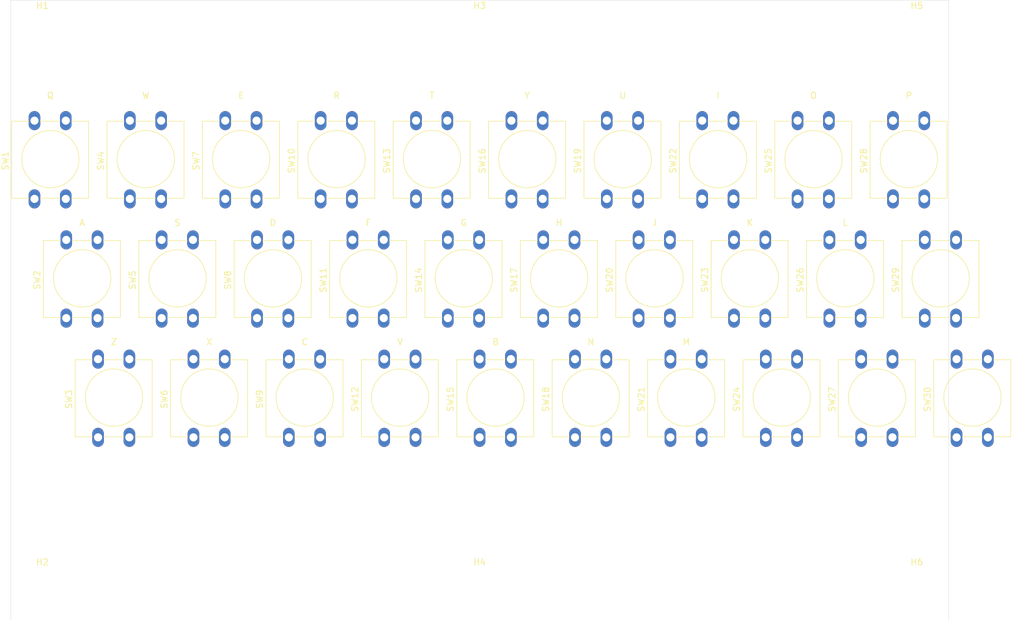
<source format=kicad_pcb>
(kicad_pcb (version 20171130) (host pcbnew "(5.1.8)-1")

  (general
    (thickness 1.6)
    (drawings 30)
    (tracks 0)
    (zones 0)
    (modules 36)
    (nets 61)
  )

  (page A4)
  (layers
    (0 F.Cu signal)
    (31 B.Cu signal)
    (32 B.Adhes user)
    (33 F.Adhes user)
    (34 B.Paste user)
    (35 F.Paste user)
    (36 B.SilkS user)
    (37 F.SilkS user)
    (38 B.Mask user)
    (39 F.Mask user)
    (40 Dwgs.User user)
    (41 Cmts.User user)
    (42 Eco1.User user)
    (43 Eco2.User user)
    (44 Edge.Cuts user)
    (45 Margin user)
    (46 B.CrtYd user)
    (47 F.CrtYd user)
    (48 B.Fab user)
    (49 F.Fab user)
  )

  (setup
    (last_trace_width 0.25)
    (trace_clearance 0.2)
    (zone_clearance 0.508)
    (zone_45_only no)
    (trace_min 0.2)
    (via_size 0.8)
    (via_drill 0.4)
    (via_min_size 0.4)
    (via_min_drill 0.3)
    (uvia_size 0.3)
    (uvia_drill 0.1)
    (uvias_allowed no)
    (uvia_min_size 0.2)
    (uvia_min_drill 0.1)
    (edge_width 0.05)
    (segment_width 0.2)
    (pcb_text_width 0.3)
    (pcb_text_size 1.5 1.5)
    (mod_edge_width 0.12)
    (mod_text_size 1 1)
    (mod_text_width 0.15)
    (pad_size 1.524 1.524)
    (pad_drill 0.762)
    (pad_to_mask_clearance 0)
    (aux_axis_origin 0 0)
    (visible_elements 7FFFFFFF)
    (pcbplotparams
      (layerselection 0x010fc_ffffffff)
      (usegerberextensions false)
      (usegerberattributes true)
      (usegerberadvancedattributes true)
      (creategerberjobfile true)
      (excludeedgelayer true)
      (linewidth 0.100000)
      (plotframeref false)
      (viasonmask false)
      (mode 1)
      (useauxorigin false)
      (hpglpennumber 1)
      (hpglpenspeed 20)
      (hpglpendiameter 15.000000)
      (psnegative false)
      (psa4output false)
      (plotreference true)
      (plotvalue true)
      (plotinvisibletext false)
      (padsonsilk false)
      (subtractmaskfromsilk false)
      (outputformat 1)
      (mirror false)
      (drillshape 1)
      (scaleselection 1)
      (outputdirectory ""))
  )

  (net 0 "")
  (net 1 "Net-(SW1-Pad2)")
  (net 2 "Net-(SW1-Pad1)")
  (net 3 "Net-(SW2-Pad2)")
  (net 4 "Net-(SW2-Pad1)")
  (net 5 "Net-(SW3-Pad2)")
  (net 6 "Net-(SW3-Pad1)")
  (net 7 "Net-(SW4-Pad2)")
  (net 8 "Net-(SW4-Pad1)")
  (net 9 "Net-(SW5-Pad2)")
  (net 10 "Net-(SW5-Pad1)")
  (net 11 "Net-(SW6-Pad2)")
  (net 12 "Net-(SW6-Pad1)")
  (net 13 "Net-(SW7-Pad2)")
  (net 14 "Net-(SW7-Pad1)")
  (net 15 "Net-(SW8-Pad2)")
  (net 16 "Net-(SW8-Pad1)")
  (net 17 "Net-(SW9-Pad2)")
  (net 18 "Net-(SW9-Pad1)")
  (net 19 "Net-(SW10-Pad2)")
  (net 20 "Net-(SW10-Pad1)")
  (net 21 "Net-(SW11-Pad2)")
  (net 22 "Net-(SW11-Pad1)")
  (net 23 "Net-(SW12-Pad2)")
  (net 24 "Net-(SW12-Pad1)")
  (net 25 "Net-(SW13-Pad2)")
  (net 26 "Net-(SW13-Pad1)")
  (net 27 "Net-(SW14-Pad2)")
  (net 28 "Net-(SW14-Pad1)")
  (net 29 "Net-(SW15-Pad2)")
  (net 30 "Net-(SW15-Pad1)")
  (net 31 "Net-(SW16-Pad2)")
  (net 32 "Net-(SW16-Pad1)")
  (net 33 "Net-(SW17-Pad2)")
  (net 34 "Net-(SW17-Pad1)")
  (net 35 "Net-(SW18-Pad2)")
  (net 36 "Net-(SW18-Pad1)")
  (net 37 "Net-(SW19-Pad2)")
  (net 38 "Net-(SW19-Pad1)")
  (net 39 "Net-(SW20-Pad2)")
  (net 40 "Net-(SW20-Pad1)")
  (net 41 "Net-(SW21-Pad2)")
  (net 42 "Net-(SW21-Pad1)")
  (net 43 "Net-(SW22-Pad2)")
  (net 44 "Net-(SW22-Pad1)")
  (net 45 "Net-(SW23-Pad2)")
  (net 46 "Net-(SW23-Pad1)")
  (net 47 "Net-(SW24-Pad2)")
  (net 48 "Net-(SW24-Pad1)")
  (net 49 "Net-(SW25-Pad2)")
  (net 50 "Net-(SW25-Pad1)")
  (net 51 "Net-(SW26-Pad2)")
  (net 52 "Net-(SW26-Pad1)")
  (net 53 "Net-(SW27-Pad2)")
  (net 54 "Net-(SW27-Pad1)")
  (net 55 "Net-(SW28-Pad2)")
  (net 56 "Net-(SW28-Pad1)")
  (net 57 "Net-(SW29-Pad2)")
  (net 58 "Net-(SW29-Pad1)")
  (net 59 "Net-(SW30-Pad2)")
  (net 60 "Net-(SW30-Pad1)")

  (net_class Default "This is the default net class."
    (clearance 0.2)
    (trace_width 0.25)
    (via_dia 0.8)
    (via_drill 0.4)
    (uvia_dia 0.3)
    (uvia_drill 0.1)
    (add_net "Net-(SW1-Pad1)")
    (add_net "Net-(SW1-Pad2)")
    (add_net "Net-(SW10-Pad1)")
    (add_net "Net-(SW10-Pad2)")
    (add_net "Net-(SW11-Pad1)")
    (add_net "Net-(SW11-Pad2)")
    (add_net "Net-(SW12-Pad1)")
    (add_net "Net-(SW12-Pad2)")
    (add_net "Net-(SW13-Pad1)")
    (add_net "Net-(SW13-Pad2)")
    (add_net "Net-(SW14-Pad1)")
    (add_net "Net-(SW14-Pad2)")
    (add_net "Net-(SW15-Pad1)")
    (add_net "Net-(SW15-Pad2)")
    (add_net "Net-(SW16-Pad1)")
    (add_net "Net-(SW16-Pad2)")
    (add_net "Net-(SW17-Pad1)")
    (add_net "Net-(SW17-Pad2)")
    (add_net "Net-(SW18-Pad1)")
    (add_net "Net-(SW18-Pad2)")
    (add_net "Net-(SW19-Pad1)")
    (add_net "Net-(SW19-Pad2)")
    (add_net "Net-(SW2-Pad1)")
    (add_net "Net-(SW2-Pad2)")
    (add_net "Net-(SW20-Pad1)")
    (add_net "Net-(SW20-Pad2)")
    (add_net "Net-(SW21-Pad1)")
    (add_net "Net-(SW21-Pad2)")
    (add_net "Net-(SW22-Pad1)")
    (add_net "Net-(SW22-Pad2)")
    (add_net "Net-(SW23-Pad1)")
    (add_net "Net-(SW23-Pad2)")
    (add_net "Net-(SW24-Pad1)")
    (add_net "Net-(SW24-Pad2)")
    (add_net "Net-(SW25-Pad1)")
    (add_net "Net-(SW25-Pad2)")
    (add_net "Net-(SW26-Pad1)")
    (add_net "Net-(SW26-Pad2)")
    (add_net "Net-(SW27-Pad1)")
    (add_net "Net-(SW27-Pad2)")
    (add_net "Net-(SW28-Pad1)")
    (add_net "Net-(SW28-Pad2)")
    (add_net "Net-(SW29-Pad1)")
    (add_net "Net-(SW29-Pad2)")
    (add_net "Net-(SW3-Pad1)")
    (add_net "Net-(SW3-Pad2)")
    (add_net "Net-(SW30-Pad1)")
    (add_net "Net-(SW30-Pad2)")
    (add_net "Net-(SW4-Pad1)")
    (add_net "Net-(SW4-Pad2)")
    (add_net "Net-(SW5-Pad1)")
    (add_net "Net-(SW5-Pad2)")
    (add_net "Net-(SW6-Pad1)")
    (add_net "Net-(SW6-Pad2)")
    (add_net "Net-(SW7-Pad1)")
    (add_net "Net-(SW7-Pad2)")
    (add_net "Net-(SW8-Pad1)")
    (add_net "Net-(SW8-Pad2)")
    (add_net "Net-(SW9-Pad1)")
    (add_net "Net-(SW9-Pad2)")
  )

  (module Button_Switch_THT:SW_PUSH-12mm (layer F.Cu) (tedit 5D160D14) (tstamp 671D6D3A)
    (at 199.39 100.33 90)
    (descr "SW PUSH 12mm https://www.e-switch.com/system/asset/product_line/data_sheet/143/TL1100.pdf")
    (tags "tact sw push 12mm")
    (path /671E8294)
    (fp_text reference SW30 (at 6.08 -4.66 90) (layer F.SilkS)
      (effects (font (size 1 1) (thickness 0.15)))
    )
    (fp_text value SW_Push (at 6.62 9.93 90) (layer F.Fab)
      (effects (font (size 1 1) (thickness 0.15)))
    )
    (fp_line (start 0.25 8.5) (end 12.25 8.5) (layer F.Fab) (width 0.1))
    (fp_line (start 0.25 -3.5) (end 12.25 -3.5) (layer F.Fab) (width 0.1))
    (fp_line (start 12.25 -3.5) (end 12.25 8.5) (layer F.Fab) (width 0.1))
    (fp_line (start 0.1 -3.65) (end 12.4 -3.65) (layer F.SilkS) (width 0.12))
    (fp_line (start 12.4 0.93) (end 12.4 4.07) (layer F.SilkS) (width 0.12))
    (fp_line (start 12.4 8.65) (end 0.1 8.65) (layer F.SilkS) (width 0.12))
    (fp_line (start 0.1 -0.93) (end 0.1 -3.65) (layer F.SilkS) (width 0.12))
    (fp_line (start -1.77 -3.75) (end 14.25 -3.75) (layer F.CrtYd) (width 0.05))
    (fp_line (start -1.77 -3.75) (end -1.77 8.75) (layer F.CrtYd) (width 0.05))
    (fp_line (start 14.25 8.75) (end 14.25 -3.75) (layer F.CrtYd) (width 0.05))
    (fp_line (start 14.25 8.75) (end -1.77 8.75) (layer F.CrtYd) (width 0.05))
    (fp_circle (center 6.35 2.54) (end 10.16 5.08) (layer F.SilkS) (width 0.12))
    (fp_line (start 0.25 -3.5) (end 0.25 8.5) (layer F.Fab) (width 0.1))
    (fp_line (start 0.1 8.65) (end 0.1 5.93) (layer F.SilkS) (width 0.12))
    (fp_line (start 0.1 4.07) (end 0.1 0.93) (layer F.SilkS) (width 0.12))
    (fp_line (start 12.4 5.93) (end 12.4 8.65) (layer F.SilkS) (width 0.12))
    (fp_line (start 12.4 -3.65) (end 12.4 -0.93) (layer F.SilkS) (width 0.12))
    (fp_text user %R (at 6.35 2.54 90) (layer F.Fab)
      (effects (font (size 1 1) (thickness 0.15)))
    )
    (pad 2 thru_hole oval (at 0 5 90) (size 3.048 1.85) (drill 1.3) (layers *.Cu *.Mask)
      (net 59 "Net-(SW30-Pad2)"))
    (pad 1 thru_hole oval (at 0 0 90) (size 3.048 1.85) (drill 1.3) (layers *.Cu *.Mask)
      (net 60 "Net-(SW30-Pad1)"))
    (pad 2 thru_hole oval (at 12.5 5 90) (size 3.048 1.85) (drill 1.3) (layers *.Cu *.Mask)
      (net 59 "Net-(SW30-Pad2)"))
    (pad 1 thru_hole oval (at 12.5 0 90) (size 3.048 1.85) (drill 1.3) (layers *.Cu *.Mask)
      (net 60 "Net-(SW30-Pad1)"))
    (model ${KISYS3DMOD}/Button_Switch_THT.3dshapes/SW_PUSH-12mm.wrl
      (at (xyz 0 0 0))
      (scale (xyz 1 1 1))
      (rotate (xyz 0 0 0))
    )
  )

  (module Button_Switch_THT:SW_PUSH-12mm (layer F.Cu) (tedit 5D160D14) (tstamp 671D6D20)
    (at 194.31 81.28 90)
    (descr "SW PUSH 12mm https://www.e-switch.com/system/asset/product_line/data_sheet/143/TL1100.pdf")
    (tags "tact sw push 12mm")
    (path /671E828E)
    (fp_text reference SW29 (at 6.08 -4.66 90) (layer F.SilkS)
      (effects (font (size 1 1) (thickness 0.15)))
    )
    (fp_text value SW_Push (at 6.62 9.93 90) (layer F.Fab)
      (effects (font (size 1 1) (thickness 0.15)))
    )
    (fp_line (start 0.25 8.5) (end 12.25 8.5) (layer F.Fab) (width 0.1))
    (fp_line (start 0.25 -3.5) (end 12.25 -3.5) (layer F.Fab) (width 0.1))
    (fp_line (start 12.25 -3.5) (end 12.25 8.5) (layer F.Fab) (width 0.1))
    (fp_line (start 0.1 -3.65) (end 12.4 -3.65) (layer F.SilkS) (width 0.12))
    (fp_line (start 12.4 0.93) (end 12.4 4.07) (layer F.SilkS) (width 0.12))
    (fp_line (start 12.4 8.65) (end 0.1 8.65) (layer F.SilkS) (width 0.12))
    (fp_line (start 0.1 -0.93) (end 0.1 -3.65) (layer F.SilkS) (width 0.12))
    (fp_line (start -1.77 -3.75) (end 14.25 -3.75) (layer F.CrtYd) (width 0.05))
    (fp_line (start -1.77 -3.75) (end -1.77 8.75) (layer F.CrtYd) (width 0.05))
    (fp_line (start 14.25 8.75) (end 14.25 -3.75) (layer F.CrtYd) (width 0.05))
    (fp_line (start 14.25 8.75) (end -1.77 8.75) (layer F.CrtYd) (width 0.05))
    (fp_circle (center 6.35 2.54) (end 10.16 5.08) (layer F.SilkS) (width 0.12))
    (fp_line (start 0.25 -3.5) (end 0.25 8.5) (layer F.Fab) (width 0.1))
    (fp_line (start 0.1 8.65) (end 0.1 5.93) (layer F.SilkS) (width 0.12))
    (fp_line (start 0.1 4.07) (end 0.1 0.93) (layer F.SilkS) (width 0.12))
    (fp_line (start 12.4 5.93) (end 12.4 8.65) (layer F.SilkS) (width 0.12))
    (fp_line (start 12.4 -3.65) (end 12.4 -0.93) (layer F.SilkS) (width 0.12))
    (fp_text user %R (at 6.35 2.54 90) (layer F.Fab)
      (effects (font (size 1 1) (thickness 0.15)))
    )
    (pad 2 thru_hole oval (at 0 5 90) (size 3.048 1.85) (drill 1.3) (layers *.Cu *.Mask)
      (net 57 "Net-(SW29-Pad2)"))
    (pad 1 thru_hole oval (at 0 0 90) (size 3.048 1.85) (drill 1.3) (layers *.Cu *.Mask)
      (net 58 "Net-(SW29-Pad1)"))
    (pad 2 thru_hole oval (at 12.5 5 90) (size 3.048 1.85) (drill 1.3) (layers *.Cu *.Mask)
      (net 57 "Net-(SW29-Pad2)"))
    (pad 1 thru_hole oval (at 12.5 0 90) (size 3.048 1.85) (drill 1.3) (layers *.Cu *.Mask)
      (net 58 "Net-(SW29-Pad1)"))
    (model ${KISYS3DMOD}/Button_Switch_THT.3dshapes/SW_PUSH-12mm.wrl
      (at (xyz 0 0 0))
      (scale (xyz 1 1 1))
      (rotate (xyz 0 0 0))
    )
  )

  (module Button_Switch_THT:SW_PUSH-12mm (layer F.Cu) (tedit 5D160D14) (tstamp 671D6D06)
    (at 189.23 62.23 90)
    (descr "SW PUSH 12mm https://www.e-switch.com/system/asset/product_line/data_sheet/143/TL1100.pdf")
    (tags "tact sw push 12mm")
    (path /671E8288)
    (fp_text reference SW28 (at 6.08 -4.66 90) (layer F.SilkS)
      (effects (font (size 1 1) (thickness 0.15)))
    )
    (fp_text value SW_Push (at 6.62 9.93 90) (layer F.Fab)
      (effects (font (size 1 1) (thickness 0.15)))
    )
    (fp_line (start 0.25 8.5) (end 12.25 8.5) (layer F.Fab) (width 0.1))
    (fp_line (start 0.25 -3.5) (end 12.25 -3.5) (layer F.Fab) (width 0.1))
    (fp_line (start 12.25 -3.5) (end 12.25 8.5) (layer F.Fab) (width 0.1))
    (fp_line (start 0.1 -3.65) (end 12.4 -3.65) (layer F.SilkS) (width 0.12))
    (fp_line (start 12.4 0.93) (end 12.4 4.07) (layer F.SilkS) (width 0.12))
    (fp_line (start 12.4 8.65) (end 0.1 8.65) (layer F.SilkS) (width 0.12))
    (fp_line (start 0.1 -0.93) (end 0.1 -3.65) (layer F.SilkS) (width 0.12))
    (fp_line (start -1.77 -3.75) (end 14.25 -3.75) (layer F.CrtYd) (width 0.05))
    (fp_line (start -1.77 -3.75) (end -1.77 8.75) (layer F.CrtYd) (width 0.05))
    (fp_line (start 14.25 8.75) (end 14.25 -3.75) (layer F.CrtYd) (width 0.05))
    (fp_line (start 14.25 8.75) (end -1.77 8.75) (layer F.CrtYd) (width 0.05))
    (fp_circle (center 6.35 2.54) (end 10.16 5.08) (layer F.SilkS) (width 0.12))
    (fp_line (start 0.25 -3.5) (end 0.25 8.5) (layer F.Fab) (width 0.1))
    (fp_line (start 0.1 8.65) (end 0.1 5.93) (layer F.SilkS) (width 0.12))
    (fp_line (start 0.1 4.07) (end 0.1 0.93) (layer F.SilkS) (width 0.12))
    (fp_line (start 12.4 5.93) (end 12.4 8.65) (layer F.SilkS) (width 0.12))
    (fp_line (start 12.4 -3.65) (end 12.4 -0.93) (layer F.SilkS) (width 0.12))
    (fp_text user %R (at 6.35 2.54 90) (layer F.Fab)
      (effects (font (size 1 1) (thickness 0.15)))
    )
    (pad 2 thru_hole oval (at 0 5 90) (size 3.048 1.85) (drill 1.3) (layers *.Cu *.Mask)
      (net 55 "Net-(SW28-Pad2)"))
    (pad 1 thru_hole oval (at 0 0 90) (size 3.048 1.85) (drill 1.3) (layers *.Cu *.Mask)
      (net 56 "Net-(SW28-Pad1)"))
    (pad 2 thru_hole oval (at 12.5 5 90) (size 3.048 1.85) (drill 1.3) (layers *.Cu *.Mask)
      (net 55 "Net-(SW28-Pad2)"))
    (pad 1 thru_hole oval (at 12.5 0 90) (size 3.048 1.85) (drill 1.3) (layers *.Cu *.Mask)
      (net 56 "Net-(SW28-Pad1)"))
    (model ${KISYS3DMOD}/Button_Switch_THT.3dshapes/SW_PUSH-12mm.wrl
      (at (xyz 0 0 0))
      (scale (xyz 1 1 1))
      (rotate (xyz 0 0 0))
    )
  )

  (module Button_Switch_THT:SW_PUSH-12mm (layer F.Cu) (tedit 5D160D14) (tstamp 671D6CEC)
    (at 184.15 100.33 90)
    (descr "SW PUSH 12mm https://www.e-switch.com/system/asset/product_line/data_sheet/143/TL1100.pdf")
    (tags "tact sw push 12mm")
    (path /671E8282)
    (fp_text reference SW27 (at 6.08 -4.66 90) (layer F.SilkS)
      (effects (font (size 1 1) (thickness 0.15)))
    )
    (fp_text value SW_Push (at 6.62 9.93 90) (layer F.Fab)
      (effects (font (size 1 1) (thickness 0.15)))
    )
    (fp_line (start 0.25 8.5) (end 12.25 8.5) (layer F.Fab) (width 0.1))
    (fp_line (start 0.25 -3.5) (end 12.25 -3.5) (layer F.Fab) (width 0.1))
    (fp_line (start 12.25 -3.5) (end 12.25 8.5) (layer F.Fab) (width 0.1))
    (fp_line (start 0.1 -3.65) (end 12.4 -3.65) (layer F.SilkS) (width 0.12))
    (fp_line (start 12.4 0.93) (end 12.4 4.07) (layer F.SilkS) (width 0.12))
    (fp_line (start 12.4 8.65) (end 0.1 8.65) (layer F.SilkS) (width 0.12))
    (fp_line (start 0.1 -0.93) (end 0.1 -3.65) (layer F.SilkS) (width 0.12))
    (fp_line (start -1.77 -3.75) (end 14.25 -3.75) (layer F.CrtYd) (width 0.05))
    (fp_line (start -1.77 -3.75) (end -1.77 8.75) (layer F.CrtYd) (width 0.05))
    (fp_line (start 14.25 8.75) (end 14.25 -3.75) (layer F.CrtYd) (width 0.05))
    (fp_line (start 14.25 8.75) (end -1.77 8.75) (layer F.CrtYd) (width 0.05))
    (fp_circle (center 6.35 2.54) (end 10.16 5.08) (layer F.SilkS) (width 0.12))
    (fp_line (start 0.25 -3.5) (end 0.25 8.5) (layer F.Fab) (width 0.1))
    (fp_line (start 0.1 8.65) (end 0.1 5.93) (layer F.SilkS) (width 0.12))
    (fp_line (start 0.1 4.07) (end 0.1 0.93) (layer F.SilkS) (width 0.12))
    (fp_line (start 12.4 5.93) (end 12.4 8.65) (layer F.SilkS) (width 0.12))
    (fp_line (start 12.4 -3.65) (end 12.4 -0.93) (layer F.SilkS) (width 0.12))
    (fp_text user %R (at 6.35 2.54 90) (layer F.Fab)
      (effects (font (size 1 1) (thickness 0.15)))
    )
    (pad 2 thru_hole oval (at 0 5 90) (size 3.048 1.85) (drill 1.3) (layers *.Cu *.Mask)
      (net 53 "Net-(SW27-Pad2)"))
    (pad 1 thru_hole oval (at 0 0 90) (size 3.048 1.85) (drill 1.3) (layers *.Cu *.Mask)
      (net 54 "Net-(SW27-Pad1)"))
    (pad 2 thru_hole oval (at 12.5 5 90) (size 3.048 1.85) (drill 1.3) (layers *.Cu *.Mask)
      (net 53 "Net-(SW27-Pad2)"))
    (pad 1 thru_hole oval (at 12.5 0 90) (size 3.048 1.85) (drill 1.3) (layers *.Cu *.Mask)
      (net 54 "Net-(SW27-Pad1)"))
    (model ${KISYS3DMOD}/Button_Switch_THT.3dshapes/SW_PUSH-12mm.wrl
      (at (xyz 0 0 0))
      (scale (xyz 1 1 1))
      (rotate (xyz 0 0 0))
    )
  )

  (module Button_Switch_THT:SW_PUSH-12mm (layer F.Cu) (tedit 5D160D14) (tstamp 671D6CD2)
    (at 179.07 81.28 90)
    (descr "SW PUSH 12mm https://www.e-switch.com/system/asset/product_line/data_sheet/143/TL1100.pdf")
    (tags "tact sw push 12mm")
    (path /671E827C)
    (fp_text reference SW26 (at 6.08 -4.66 90) (layer F.SilkS)
      (effects (font (size 1 1) (thickness 0.15)))
    )
    (fp_text value SW_Push (at 6.62 9.93 90) (layer F.Fab)
      (effects (font (size 1 1) (thickness 0.15)))
    )
    (fp_line (start 0.25 8.5) (end 12.25 8.5) (layer F.Fab) (width 0.1))
    (fp_line (start 0.25 -3.5) (end 12.25 -3.5) (layer F.Fab) (width 0.1))
    (fp_line (start 12.25 -3.5) (end 12.25 8.5) (layer F.Fab) (width 0.1))
    (fp_line (start 0.1 -3.65) (end 12.4 -3.65) (layer F.SilkS) (width 0.12))
    (fp_line (start 12.4 0.93) (end 12.4 4.07) (layer F.SilkS) (width 0.12))
    (fp_line (start 12.4 8.65) (end 0.1 8.65) (layer F.SilkS) (width 0.12))
    (fp_line (start 0.1 -0.93) (end 0.1 -3.65) (layer F.SilkS) (width 0.12))
    (fp_line (start -1.77 -3.75) (end 14.25 -3.75) (layer F.CrtYd) (width 0.05))
    (fp_line (start -1.77 -3.75) (end -1.77 8.75) (layer F.CrtYd) (width 0.05))
    (fp_line (start 14.25 8.75) (end 14.25 -3.75) (layer F.CrtYd) (width 0.05))
    (fp_line (start 14.25 8.75) (end -1.77 8.75) (layer F.CrtYd) (width 0.05))
    (fp_circle (center 6.35 2.54) (end 10.16 5.08) (layer F.SilkS) (width 0.12))
    (fp_line (start 0.25 -3.5) (end 0.25 8.5) (layer F.Fab) (width 0.1))
    (fp_line (start 0.1 8.65) (end 0.1 5.93) (layer F.SilkS) (width 0.12))
    (fp_line (start 0.1 4.07) (end 0.1 0.93) (layer F.SilkS) (width 0.12))
    (fp_line (start 12.4 5.93) (end 12.4 8.65) (layer F.SilkS) (width 0.12))
    (fp_line (start 12.4 -3.65) (end 12.4 -0.93) (layer F.SilkS) (width 0.12))
    (fp_text user %R (at 6.35 2.54 90) (layer F.Fab)
      (effects (font (size 1 1) (thickness 0.15)))
    )
    (pad 2 thru_hole oval (at 0 5 90) (size 3.048 1.85) (drill 1.3) (layers *.Cu *.Mask)
      (net 51 "Net-(SW26-Pad2)"))
    (pad 1 thru_hole oval (at 0 0 90) (size 3.048 1.85) (drill 1.3) (layers *.Cu *.Mask)
      (net 52 "Net-(SW26-Pad1)"))
    (pad 2 thru_hole oval (at 12.5 5 90) (size 3.048 1.85) (drill 1.3) (layers *.Cu *.Mask)
      (net 51 "Net-(SW26-Pad2)"))
    (pad 1 thru_hole oval (at 12.5 0 90) (size 3.048 1.85) (drill 1.3) (layers *.Cu *.Mask)
      (net 52 "Net-(SW26-Pad1)"))
    (model ${KISYS3DMOD}/Button_Switch_THT.3dshapes/SW_PUSH-12mm.wrl
      (at (xyz 0 0 0))
      (scale (xyz 1 1 1))
      (rotate (xyz 0 0 0))
    )
  )

  (module Button_Switch_THT:SW_PUSH-12mm (layer F.Cu) (tedit 5D160D14) (tstamp 671D6CB8)
    (at 173.99 62.23 90)
    (descr "SW PUSH 12mm https://www.e-switch.com/system/asset/product_line/data_sheet/143/TL1100.pdf")
    (tags "tact sw push 12mm")
    (path /671E8276)
    (fp_text reference SW25 (at 6.08 -4.66 90) (layer F.SilkS)
      (effects (font (size 1 1) (thickness 0.15)))
    )
    (fp_text value SW_Push (at 6.62 9.93 90) (layer F.Fab)
      (effects (font (size 1 1) (thickness 0.15)))
    )
    (fp_line (start 0.25 8.5) (end 12.25 8.5) (layer F.Fab) (width 0.1))
    (fp_line (start 0.25 -3.5) (end 12.25 -3.5) (layer F.Fab) (width 0.1))
    (fp_line (start 12.25 -3.5) (end 12.25 8.5) (layer F.Fab) (width 0.1))
    (fp_line (start 0.1 -3.65) (end 12.4 -3.65) (layer F.SilkS) (width 0.12))
    (fp_line (start 12.4 0.93) (end 12.4 4.07) (layer F.SilkS) (width 0.12))
    (fp_line (start 12.4 8.65) (end 0.1 8.65) (layer F.SilkS) (width 0.12))
    (fp_line (start 0.1 -0.93) (end 0.1 -3.65) (layer F.SilkS) (width 0.12))
    (fp_line (start -1.77 -3.75) (end 14.25 -3.75) (layer F.CrtYd) (width 0.05))
    (fp_line (start -1.77 -3.75) (end -1.77 8.75) (layer F.CrtYd) (width 0.05))
    (fp_line (start 14.25 8.75) (end 14.25 -3.75) (layer F.CrtYd) (width 0.05))
    (fp_line (start 14.25 8.75) (end -1.77 8.75) (layer F.CrtYd) (width 0.05))
    (fp_circle (center 6.35 2.54) (end 10.16 5.08) (layer F.SilkS) (width 0.12))
    (fp_line (start 0.25 -3.5) (end 0.25 8.5) (layer F.Fab) (width 0.1))
    (fp_line (start 0.1 8.65) (end 0.1 5.93) (layer F.SilkS) (width 0.12))
    (fp_line (start 0.1 4.07) (end 0.1 0.93) (layer F.SilkS) (width 0.12))
    (fp_line (start 12.4 5.93) (end 12.4 8.65) (layer F.SilkS) (width 0.12))
    (fp_line (start 12.4 -3.65) (end 12.4 -0.93) (layer F.SilkS) (width 0.12))
    (fp_text user %R (at 6.35 2.54 90) (layer F.Fab)
      (effects (font (size 1 1) (thickness 0.15)))
    )
    (pad 2 thru_hole oval (at 0 5 90) (size 3.048 1.85) (drill 1.3) (layers *.Cu *.Mask)
      (net 49 "Net-(SW25-Pad2)"))
    (pad 1 thru_hole oval (at 0 0 90) (size 3.048 1.85) (drill 1.3) (layers *.Cu *.Mask)
      (net 50 "Net-(SW25-Pad1)"))
    (pad 2 thru_hole oval (at 12.5 5 90) (size 3.048 1.85) (drill 1.3) (layers *.Cu *.Mask)
      (net 49 "Net-(SW25-Pad2)"))
    (pad 1 thru_hole oval (at 12.5 0 90) (size 3.048 1.85) (drill 1.3) (layers *.Cu *.Mask)
      (net 50 "Net-(SW25-Pad1)"))
    (model ${KISYS3DMOD}/Button_Switch_THT.3dshapes/SW_PUSH-12mm.wrl
      (at (xyz 0 0 0))
      (scale (xyz 1 1 1))
      (rotate (xyz 0 0 0))
    )
  )

  (module Button_Switch_THT:SW_PUSH-12mm (layer F.Cu) (tedit 5D160D14) (tstamp 671D6C9E)
    (at 168.91 100.33 90)
    (descr "SW PUSH 12mm https://www.e-switch.com/system/asset/product_line/data_sheet/143/TL1100.pdf")
    (tags "tact sw push 12mm")
    (path /671E8270)
    (fp_text reference SW24 (at 6.08 -4.66 90) (layer F.SilkS)
      (effects (font (size 1 1) (thickness 0.15)))
    )
    (fp_text value SW_Push (at 6.62 9.93 90) (layer F.Fab)
      (effects (font (size 1 1) (thickness 0.15)))
    )
    (fp_line (start 0.25 8.5) (end 12.25 8.5) (layer F.Fab) (width 0.1))
    (fp_line (start 0.25 -3.5) (end 12.25 -3.5) (layer F.Fab) (width 0.1))
    (fp_line (start 12.25 -3.5) (end 12.25 8.5) (layer F.Fab) (width 0.1))
    (fp_line (start 0.1 -3.65) (end 12.4 -3.65) (layer F.SilkS) (width 0.12))
    (fp_line (start 12.4 0.93) (end 12.4 4.07) (layer F.SilkS) (width 0.12))
    (fp_line (start 12.4 8.65) (end 0.1 8.65) (layer F.SilkS) (width 0.12))
    (fp_line (start 0.1 -0.93) (end 0.1 -3.65) (layer F.SilkS) (width 0.12))
    (fp_line (start -1.77 -3.75) (end 14.25 -3.75) (layer F.CrtYd) (width 0.05))
    (fp_line (start -1.77 -3.75) (end -1.77 8.75) (layer F.CrtYd) (width 0.05))
    (fp_line (start 14.25 8.75) (end 14.25 -3.75) (layer F.CrtYd) (width 0.05))
    (fp_line (start 14.25 8.75) (end -1.77 8.75) (layer F.CrtYd) (width 0.05))
    (fp_circle (center 6.35 2.54) (end 10.16 5.08) (layer F.SilkS) (width 0.12))
    (fp_line (start 0.25 -3.5) (end 0.25 8.5) (layer F.Fab) (width 0.1))
    (fp_line (start 0.1 8.65) (end 0.1 5.93) (layer F.SilkS) (width 0.12))
    (fp_line (start 0.1 4.07) (end 0.1 0.93) (layer F.SilkS) (width 0.12))
    (fp_line (start 12.4 5.93) (end 12.4 8.65) (layer F.SilkS) (width 0.12))
    (fp_line (start 12.4 -3.65) (end 12.4 -0.93) (layer F.SilkS) (width 0.12))
    (fp_text user %R (at 6.35 2.54 90) (layer F.Fab)
      (effects (font (size 1 1) (thickness 0.15)))
    )
    (pad 2 thru_hole oval (at 0 5 90) (size 3.048 1.85) (drill 1.3) (layers *.Cu *.Mask)
      (net 47 "Net-(SW24-Pad2)"))
    (pad 1 thru_hole oval (at 0 0 90) (size 3.048 1.85) (drill 1.3) (layers *.Cu *.Mask)
      (net 48 "Net-(SW24-Pad1)"))
    (pad 2 thru_hole oval (at 12.5 5 90) (size 3.048 1.85) (drill 1.3) (layers *.Cu *.Mask)
      (net 47 "Net-(SW24-Pad2)"))
    (pad 1 thru_hole oval (at 12.5 0 90) (size 3.048 1.85) (drill 1.3) (layers *.Cu *.Mask)
      (net 48 "Net-(SW24-Pad1)"))
    (model ${KISYS3DMOD}/Button_Switch_THT.3dshapes/SW_PUSH-12mm.wrl
      (at (xyz 0 0 0))
      (scale (xyz 1 1 1))
      (rotate (xyz 0 0 0))
    )
  )

  (module Button_Switch_THT:SW_PUSH-12mm (layer F.Cu) (tedit 5D160D14) (tstamp 671D6C84)
    (at 163.83 81.28 90)
    (descr "SW PUSH 12mm https://www.e-switch.com/system/asset/product_line/data_sheet/143/TL1100.pdf")
    (tags "tact sw push 12mm")
    (path /671E826A)
    (fp_text reference SW23 (at 6.08 -4.66 90) (layer F.SilkS)
      (effects (font (size 1 1) (thickness 0.15)))
    )
    (fp_text value SW_Push (at 6.62 9.93 90) (layer F.Fab)
      (effects (font (size 1 1) (thickness 0.15)))
    )
    (fp_line (start 0.25 8.5) (end 12.25 8.5) (layer F.Fab) (width 0.1))
    (fp_line (start 0.25 -3.5) (end 12.25 -3.5) (layer F.Fab) (width 0.1))
    (fp_line (start 12.25 -3.5) (end 12.25 8.5) (layer F.Fab) (width 0.1))
    (fp_line (start 0.1 -3.65) (end 12.4 -3.65) (layer F.SilkS) (width 0.12))
    (fp_line (start 12.4 0.93) (end 12.4 4.07) (layer F.SilkS) (width 0.12))
    (fp_line (start 12.4 8.65) (end 0.1 8.65) (layer F.SilkS) (width 0.12))
    (fp_line (start 0.1 -0.93) (end 0.1 -3.65) (layer F.SilkS) (width 0.12))
    (fp_line (start -1.77 -3.75) (end 14.25 -3.75) (layer F.CrtYd) (width 0.05))
    (fp_line (start -1.77 -3.75) (end -1.77 8.75) (layer F.CrtYd) (width 0.05))
    (fp_line (start 14.25 8.75) (end 14.25 -3.75) (layer F.CrtYd) (width 0.05))
    (fp_line (start 14.25 8.75) (end -1.77 8.75) (layer F.CrtYd) (width 0.05))
    (fp_circle (center 6.35 2.54) (end 10.16 5.08) (layer F.SilkS) (width 0.12))
    (fp_line (start 0.25 -3.5) (end 0.25 8.5) (layer F.Fab) (width 0.1))
    (fp_line (start 0.1 8.65) (end 0.1 5.93) (layer F.SilkS) (width 0.12))
    (fp_line (start 0.1 4.07) (end 0.1 0.93) (layer F.SilkS) (width 0.12))
    (fp_line (start 12.4 5.93) (end 12.4 8.65) (layer F.SilkS) (width 0.12))
    (fp_line (start 12.4 -3.65) (end 12.4 -0.93) (layer F.SilkS) (width 0.12))
    (fp_text user %R (at 6.35 2.54 90) (layer F.Fab)
      (effects (font (size 1 1) (thickness 0.15)))
    )
    (pad 2 thru_hole oval (at 0 5 90) (size 3.048 1.85) (drill 1.3) (layers *.Cu *.Mask)
      (net 45 "Net-(SW23-Pad2)"))
    (pad 1 thru_hole oval (at 0 0 90) (size 3.048 1.85) (drill 1.3) (layers *.Cu *.Mask)
      (net 46 "Net-(SW23-Pad1)"))
    (pad 2 thru_hole oval (at 12.5 5 90) (size 3.048 1.85) (drill 1.3) (layers *.Cu *.Mask)
      (net 45 "Net-(SW23-Pad2)"))
    (pad 1 thru_hole oval (at 12.5 0 90) (size 3.048 1.85) (drill 1.3) (layers *.Cu *.Mask)
      (net 46 "Net-(SW23-Pad1)"))
    (model ${KISYS3DMOD}/Button_Switch_THT.3dshapes/SW_PUSH-12mm.wrl
      (at (xyz 0 0 0))
      (scale (xyz 1 1 1))
      (rotate (xyz 0 0 0))
    )
  )

  (module Button_Switch_THT:SW_PUSH-12mm (layer F.Cu) (tedit 5D160D14) (tstamp 671D6C6A)
    (at 158.75 62.23 90)
    (descr "SW PUSH 12mm https://www.e-switch.com/system/asset/product_line/data_sheet/143/TL1100.pdf")
    (tags "tact sw push 12mm")
    (path /671E8264)
    (fp_text reference SW22 (at 6.08 -4.66 90) (layer F.SilkS)
      (effects (font (size 1 1) (thickness 0.15)))
    )
    (fp_text value SW_Push (at 6.62 9.93 90) (layer F.Fab)
      (effects (font (size 1 1) (thickness 0.15)))
    )
    (fp_line (start 0.25 8.5) (end 12.25 8.5) (layer F.Fab) (width 0.1))
    (fp_line (start 0.25 -3.5) (end 12.25 -3.5) (layer F.Fab) (width 0.1))
    (fp_line (start 12.25 -3.5) (end 12.25 8.5) (layer F.Fab) (width 0.1))
    (fp_line (start 0.1 -3.65) (end 12.4 -3.65) (layer F.SilkS) (width 0.12))
    (fp_line (start 12.4 0.93) (end 12.4 4.07) (layer F.SilkS) (width 0.12))
    (fp_line (start 12.4 8.65) (end 0.1 8.65) (layer F.SilkS) (width 0.12))
    (fp_line (start 0.1 -0.93) (end 0.1 -3.65) (layer F.SilkS) (width 0.12))
    (fp_line (start -1.77 -3.75) (end 14.25 -3.75) (layer F.CrtYd) (width 0.05))
    (fp_line (start -1.77 -3.75) (end -1.77 8.75) (layer F.CrtYd) (width 0.05))
    (fp_line (start 14.25 8.75) (end 14.25 -3.75) (layer F.CrtYd) (width 0.05))
    (fp_line (start 14.25 8.75) (end -1.77 8.75) (layer F.CrtYd) (width 0.05))
    (fp_circle (center 6.35 2.54) (end 10.16 5.08) (layer F.SilkS) (width 0.12))
    (fp_line (start 0.25 -3.5) (end 0.25 8.5) (layer F.Fab) (width 0.1))
    (fp_line (start 0.1 8.65) (end 0.1 5.93) (layer F.SilkS) (width 0.12))
    (fp_line (start 0.1 4.07) (end 0.1 0.93) (layer F.SilkS) (width 0.12))
    (fp_line (start 12.4 5.93) (end 12.4 8.65) (layer F.SilkS) (width 0.12))
    (fp_line (start 12.4 -3.65) (end 12.4 -0.93) (layer F.SilkS) (width 0.12))
    (fp_text user %R (at 6.35 2.54 90) (layer F.Fab)
      (effects (font (size 1 1) (thickness 0.15)))
    )
    (pad 2 thru_hole oval (at 0 5 90) (size 3.048 1.85) (drill 1.3) (layers *.Cu *.Mask)
      (net 43 "Net-(SW22-Pad2)"))
    (pad 1 thru_hole oval (at 0 0 90) (size 3.048 1.85) (drill 1.3) (layers *.Cu *.Mask)
      (net 44 "Net-(SW22-Pad1)"))
    (pad 2 thru_hole oval (at 12.5 5 90) (size 3.048 1.85) (drill 1.3) (layers *.Cu *.Mask)
      (net 43 "Net-(SW22-Pad2)"))
    (pad 1 thru_hole oval (at 12.5 0 90) (size 3.048 1.85) (drill 1.3) (layers *.Cu *.Mask)
      (net 44 "Net-(SW22-Pad1)"))
    (model ${KISYS3DMOD}/Button_Switch_THT.3dshapes/SW_PUSH-12mm.wrl
      (at (xyz 0 0 0))
      (scale (xyz 1 1 1))
      (rotate (xyz 0 0 0))
    )
  )

  (module Button_Switch_THT:SW_PUSH-12mm (layer F.Cu) (tedit 5D160D14) (tstamp 671D6C50)
    (at 153.67 100.33 90)
    (descr "SW PUSH 12mm https://www.e-switch.com/system/asset/product_line/data_sheet/143/TL1100.pdf")
    (tags "tact sw push 12mm")
    (path /671E825E)
    (fp_text reference SW21 (at 6.08 -4.66 90) (layer F.SilkS)
      (effects (font (size 1 1) (thickness 0.15)))
    )
    (fp_text value SW_Push (at 6.62 9.93 90) (layer F.Fab)
      (effects (font (size 1 1) (thickness 0.15)))
    )
    (fp_line (start 0.25 8.5) (end 12.25 8.5) (layer F.Fab) (width 0.1))
    (fp_line (start 0.25 -3.5) (end 12.25 -3.5) (layer F.Fab) (width 0.1))
    (fp_line (start 12.25 -3.5) (end 12.25 8.5) (layer F.Fab) (width 0.1))
    (fp_line (start 0.1 -3.65) (end 12.4 -3.65) (layer F.SilkS) (width 0.12))
    (fp_line (start 12.4 0.93) (end 12.4 4.07) (layer F.SilkS) (width 0.12))
    (fp_line (start 12.4 8.65) (end 0.1 8.65) (layer F.SilkS) (width 0.12))
    (fp_line (start 0.1 -0.93) (end 0.1 -3.65) (layer F.SilkS) (width 0.12))
    (fp_line (start -1.77 -3.75) (end 14.25 -3.75) (layer F.CrtYd) (width 0.05))
    (fp_line (start -1.77 -3.75) (end -1.77 8.75) (layer F.CrtYd) (width 0.05))
    (fp_line (start 14.25 8.75) (end 14.25 -3.75) (layer F.CrtYd) (width 0.05))
    (fp_line (start 14.25 8.75) (end -1.77 8.75) (layer F.CrtYd) (width 0.05))
    (fp_circle (center 6.35 2.54) (end 10.16 5.08) (layer F.SilkS) (width 0.12))
    (fp_line (start 0.25 -3.5) (end 0.25 8.5) (layer F.Fab) (width 0.1))
    (fp_line (start 0.1 8.65) (end 0.1 5.93) (layer F.SilkS) (width 0.12))
    (fp_line (start 0.1 4.07) (end 0.1 0.93) (layer F.SilkS) (width 0.12))
    (fp_line (start 12.4 5.93) (end 12.4 8.65) (layer F.SilkS) (width 0.12))
    (fp_line (start 12.4 -3.65) (end 12.4 -0.93) (layer F.SilkS) (width 0.12))
    (fp_text user %R (at 6.35 2.54 90) (layer F.Fab)
      (effects (font (size 1 1) (thickness 0.15)))
    )
    (pad 2 thru_hole oval (at 0 5 90) (size 3.048 1.85) (drill 1.3) (layers *.Cu *.Mask)
      (net 41 "Net-(SW21-Pad2)"))
    (pad 1 thru_hole oval (at 0 0 90) (size 3.048 1.85) (drill 1.3) (layers *.Cu *.Mask)
      (net 42 "Net-(SW21-Pad1)"))
    (pad 2 thru_hole oval (at 12.5 5 90) (size 3.048 1.85) (drill 1.3) (layers *.Cu *.Mask)
      (net 41 "Net-(SW21-Pad2)"))
    (pad 1 thru_hole oval (at 12.5 0 90) (size 3.048 1.85) (drill 1.3) (layers *.Cu *.Mask)
      (net 42 "Net-(SW21-Pad1)"))
    (model ${KISYS3DMOD}/Button_Switch_THT.3dshapes/SW_PUSH-12mm.wrl
      (at (xyz 0 0 0))
      (scale (xyz 1 1 1))
      (rotate (xyz 0 0 0))
    )
  )

  (module Button_Switch_THT:SW_PUSH-12mm (layer F.Cu) (tedit 5D160D14) (tstamp 671D6C36)
    (at 148.59 81.28 90)
    (descr "SW PUSH 12mm https://www.e-switch.com/system/asset/product_line/data_sheet/143/TL1100.pdf")
    (tags "tact sw push 12mm")
    (path /671E8258)
    (fp_text reference SW20 (at 6.08 -4.66 90) (layer F.SilkS)
      (effects (font (size 1 1) (thickness 0.15)))
    )
    (fp_text value SW_Push (at 6.62 9.93 90) (layer F.Fab)
      (effects (font (size 1 1) (thickness 0.15)))
    )
    (fp_line (start 0.25 8.5) (end 12.25 8.5) (layer F.Fab) (width 0.1))
    (fp_line (start 0.25 -3.5) (end 12.25 -3.5) (layer F.Fab) (width 0.1))
    (fp_line (start 12.25 -3.5) (end 12.25 8.5) (layer F.Fab) (width 0.1))
    (fp_line (start 0.1 -3.65) (end 12.4 -3.65) (layer F.SilkS) (width 0.12))
    (fp_line (start 12.4 0.93) (end 12.4 4.07) (layer F.SilkS) (width 0.12))
    (fp_line (start 12.4 8.65) (end 0.1 8.65) (layer F.SilkS) (width 0.12))
    (fp_line (start 0.1 -0.93) (end 0.1 -3.65) (layer F.SilkS) (width 0.12))
    (fp_line (start -1.77 -3.75) (end 14.25 -3.75) (layer F.CrtYd) (width 0.05))
    (fp_line (start -1.77 -3.75) (end -1.77 8.75) (layer F.CrtYd) (width 0.05))
    (fp_line (start 14.25 8.75) (end 14.25 -3.75) (layer F.CrtYd) (width 0.05))
    (fp_line (start 14.25 8.75) (end -1.77 8.75) (layer F.CrtYd) (width 0.05))
    (fp_circle (center 6.35 2.54) (end 10.16 5.08) (layer F.SilkS) (width 0.12))
    (fp_line (start 0.25 -3.5) (end 0.25 8.5) (layer F.Fab) (width 0.1))
    (fp_line (start 0.1 8.65) (end 0.1 5.93) (layer F.SilkS) (width 0.12))
    (fp_line (start 0.1 4.07) (end 0.1 0.93) (layer F.SilkS) (width 0.12))
    (fp_line (start 12.4 5.93) (end 12.4 8.65) (layer F.SilkS) (width 0.12))
    (fp_line (start 12.4 -3.65) (end 12.4 -0.93) (layer F.SilkS) (width 0.12))
    (fp_text user %R (at 6.35 2.54 90) (layer F.Fab)
      (effects (font (size 1 1) (thickness 0.15)))
    )
    (pad 2 thru_hole oval (at 0 5 90) (size 3.048 1.85) (drill 1.3) (layers *.Cu *.Mask)
      (net 39 "Net-(SW20-Pad2)"))
    (pad 1 thru_hole oval (at 0 0 90) (size 3.048 1.85) (drill 1.3) (layers *.Cu *.Mask)
      (net 40 "Net-(SW20-Pad1)"))
    (pad 2 thru_hole oval (at 12.5 5 90) (size 3.048 1.85) (drill 1.3) (layers *.Cu *.Mask)
      (net 39 "Net-(SW20-Pad2)"))
    (pad 1 thru_hole oval (at 12.5 0 90) (size 3.048 1.85) (drill 1.3) (layers *.Cu *.Mask)
      (net 40 "Net-(SW20-Pad1)"))
    (model ${KISYS3DMOD}/Button_Switch_THT.3dshapes/SW_PUSH-12mm.wrl
      (at (xyz 0 0 0))
      (scale (xyz 1 1 1))
      (rotate (xyz 0 0 0))
    )
  )

  (module Button_Switch_THT:SW_PUSH-12mm (layer F.Cu) (tedit 5D160D14) (tstamp 671D6C1C)
    (at 143.51 62.23 90)
    (descr "SW PUSH 12mm https://www.e-switch.com/system/asset/product_line/data_sheet/143/TL1100.pdf")
    (tags "tact sw push 12mm")
    (path /671E8252)
    (fp_text reference SW19 (at 6.08 -4.66 90) (layer F.SilkS)
      (effects (font (size 1 1) (thickness 0.15)))
    )
    (fp_text value SW_Push (at 6.62 9.93 90) (layer F.Fab)
      (effects (font (size 1 1) (thickness 0.15)))
    )
    (fp_line (start 0.25 8.5) (end 12.25 8.5) (layer F.Fab) (width 0.1))
    (fp_line (start 0.25 -3.5) (end 12.25 -3.5) (layer F.Fab) (width 0.1))
    (fp_line (start 12.25 -3.5) (end 12.25 8.5) (layer F.Fab) (width 0.1))
    (fp_line (start 0.1 -3.65) (end 12.4 -3.65) (layer F.SilkS) (width 0.12))
    (fp_line (start 12.4 0.93) (end 12.4 4.07) (layer F.SilkS) (width 0.12))
    (fp_line (start 12.4 8.65) (end 0.1 8.65) (layer F.SilkS) (width 0.12))
    (fp_line (start 0.1 -0.93) (end 0.1 -3.65) (layer F.SilkS) (width 0.12))
    (fp_line (start -1.77 -3.75) (end 14.25 -3.75) (layer F.CrtYd) (width 0.05))
    (fp_line (start -1.77 -3.75) (end -1.77 8.75) (layer F.CrtYd) (width 0.05))
    (fp_line (start 14.25 8.75) (end 14.25 -3.75) (layer F.CrtYd) (width 0.05))
    (fp_line (start 14.25 8.75) (end -1.77 8.75) (layer F.CrtYd) (width 0.05))
    (fp_circle (center 6.35 2.54) (end 10.16 5.08) (layer F.SilkS) (width 0.12))
    (fp_line (start 0.25 -3.5) (end 0.25 8.5) (layer F.Fab) (width 0.1))
    (fp_line (start 0.1 8.65) (end 0.1 5.93) (layer F.SilkS) (width 0.12))
    (fp_line (start 0.1 4.07) (end 0.1 0.93) (layer F.SilkS) (width 0.12))
    (fp_line (start 12.4 5.93) (end 12.4 8.65) (layer F.SilkS) (width 0.12))
    (fp_line (start 12.4 -3.65) (end 12.4 -0.93) (layer F.SilkS) (width 0.12))
    (fp_text user %R (at 6.35 2.54 90) (layer F.Fab)
      (effects (font (size 1 1) (thickness 0.15)))
    )
    (pad 2 thru_hole oval (at 0 5 90) (size 3.048 1.85) (drill 1.3) (layers *.Cu *.Mask)
      (net 37 "Net-(SW19-Pad2)"))
    (pad 1 thru_hole oval (at 0 0 90) (size 3.048 1.85) (drill 1.3) (layers *.Cu *.Mask)
      (net 38 "Net-(SW19-Pad1)"))
    (pad 2 thru_hole oval (at 12.5 5 90) (size 3.048 1.85) (drill 1.3) (layers *.Cu *.Mask)
      (net 37 "Net-(SW19-Pad2)"))
    (pad 1 thru_hole oval (at 12.5 0 90) (size 3.048 1.85) (drill 1.3) (layers *.Cu *.Mask)
      (net 38 "Net-(SW19-Pad1)"))
    (model ${KISYS3DMOD}/Button_Switch_THT.3dshapes/SW_PUSH-12mm.wrl
      (at (xyz 0 0 0))
      (scale (xyz 1 1 1))
      (rotate (xyz 0 0 0))
    )
  )

  (module Button_Switch_THT:SW_PUSH-12mm (layer F.Cu) (tedit 5D160D14) (tstamp 671D6C02)
    (at 138.43 100.33 90)
    (descr "SW PUSH 12mm https://www.e-switch.com/system/asset/product_line/data_sheet/143/TL1100.pdf")
    (tags "tact sw push 12mm")
    (path /671E824C)
    (fp_text reference SW18 (at 6.08 -4.66 90) (layer F.SilkS)
      (effects (font (size 1 1) (thickness 0.15)))
    )
    (fp_text value SW_Push (at 6.62 9.93 90) (layer F.Fab)
      (effects (font (size 1 1) (thickness 0.15)))
    )
    (fp_line (start 0.25 8.5) (end 12.25 8.5) (layer F.Fab) (width 0.1))
    (fp_line (start 0.25 -3.5) (end 12.25 -3.5) (layer F.Fab) (width 0.1))
    (fp_line (start 12.25 -3.5) (end 12.25 8.5) (layer F.Fab) (width 0.1))
    (fp_line (start 0.1 -3.65) (end 12.4 -3.65) (layer F.SilkS) (width 0.12))
    (fp_line (start 12.4 0.93) (end 12.4 4.07) (layer F.SilkS) (width 0.12))
    (fp_line (start 12.4 8.65) (end 0.1 8.65) (layer F.SilkS) (width 0.12))
    (fp_line (start 0.1 -0.93) (end 0.1 -3.65) (layer F.SilkS) (width 0.12))
    (fp_line (start -1.77 -3.75) (end 14.25 -3.75) (layer F.CrtYd) (width 0.05))
    (fp_line (start -1.77 -3.75) (end -1.77 8.75) (layer F.CrtYd) (width 0.05))
    (fp_line (start 14.25 8.75) (end 14.25 -3.75) (layer F.CrtYd) (width 0.05))
    (fp_line (start 14.25 8.75) (end -1.77 8.75) (layer F.CrtYd) (width 0.05))
    (fp_circle (center 6.35 2.54) (end 10.16 5.08) (layer F.SilkS) (width 0.12))
    (fp_line (start 0.25 -3.5) (end 0.25 8.5) (layer F.Fab) (width 0.1))
    (fp_line (start 0.1 8.65) (end 0.1 5.93) (layer F.SilkS) (width 0.12))
    (fp_line (start 0.1 4.07) (end 0.1 0.93) (layer F.SilkS) (width 0.12))
    (fp_line (start 12.4 5.93) (end 12.4 8.65) (layer F.SilkS) (width 0.12))
    (fp_line (start 12.4 -3.65) (end 12.4 -0.93) (layer F.SilkS) (width 0.12))
    (fp_text user %R (at 6.35 2.54 90) (layer F.Fab)
      (effects (font (size 1 1) (thickness 0.15)))
    )
    (pad 2 thru_hole oval (at 0 5 90) (size 3.048 1.85) (drill 1.3) (layers *.Cu *.Mask)
      (net 35 "Net-(SW18-Pad2)"))
    (pad 1 thru_hole oval (at 0 0 90) (size 3.048 1.85) (drill 1.3) (layers *.Cu *.Mask)
      (net 36 "Net-(SW18-Pad1)"))
    (pad 2 thru_hole oval (at 12.5 5 90) (size 3.048 1.85) (drill 1.3) (layers *.Cu *.Mask)
      (net 35 "Net-(SW18-Pad2)"))
    (pad 1 thru_hole oval (at 12.5 0 90) (size 3.048 1.85) (drill 1.3) (layers *.Cu *.Mask)
      (net 36 "Net-(SW18-Pad1)"))
    (model ${KISYS3DMOD}/Button_Switch_THT.3dshapes/SW_PUSH-12mm.wrl
      (at (xyz 0 0 0))
      (scale (xyz 1 1 1))
      (rotate (xyz 0 0 0))
    )
  )

  (module Button_Switch_THT:SW_PUSH-12mm (layer F.Cu) (tedit 5D160D14) (tstamp 671D6BE8)
    (at 133.35 81.28 90)
    (descr "SW PUSH 12mm https://www.e-switch.com/system/asset/product_line/data_sheet/143/TL1100.pdf")
    (tags "tact sw push 12mm")
    (path /671E8246)
    (fp_text reference SW17 (at 6.08 -4.66 90) (layer F.SilkS)
      (effects (font (size 1 1) (thickness 0.15)))
    )
    (fp_text value SW_Push (at 6.62 9.93 90) (layer F.Fab)
      (effects (font (size 1 1) (thickness 0.15)))
    )
    (fp_line (start 0.25 8.5) (end 12.25 8.5) (layer F.Fab) (width 0.1))
    (fp_line (start 0.25 -3.5) (end 12.25 -3.5) (layer F.Fab) (width 0.1))
    (fp_line (start 12.25 -3.5) (end 12.25 8.5) (layer F.Fab) (width 0.1))
    (fp_line (start 0.1 -3.65) (end 12.4 -3.65) (layer F.SilkS) (width 0.12))
    (fp_line (start 12.4 0.93) (end 12.4 4.07) (layer F.SilkS) (width 0.12))
    (fp_line (start 12.4 8.65) (end 0.1 8.65) (layer F.SilkS) (width 0.12))
    (fp_line (start 0.1 -0.93) (end 0.1 -3.65) (layer F.SilkS) (width 0.12))
    (fp_line (start -1.77 -3.75) (end 14.25 -3.75) (layer F.CrtYd) (width 0.05))
    (fp_line (start -1.77 -3.75) (end -1.77 8.75) (layer F.CrtYd) (width 0.05))
    (fp_line (start 14.25 8.75) (end 14.25 -3.75) (layer F.CrtYd) (width 0.05))
    (fp_line (start 14.25 8.75) (end -1.77 8.75) (layer F.CrtYd) (width 0.05))
    (fp_circle (center 6.35 2.54) (end 10.16 5.08) (layer F.SilkS) (width 0.12))
    (fp_line (start 0.25 -3.5) (end 0.25 8.5) (layer F.Fab) (width 0.1))
    (fp_line (start 0.1 8.65) (end 0.1 5.93) (layer F.SilkS) (width 0.12))
    (fp_line (start 0.1 4.07) (end 0.1 0.93) (layer F.SilkS) (width 0.12))
    (fp_line (start 12.4 5.93) (end 12.4 8.65) (layer F.SilkS) (width 0.12))
    (fp_line (start 12.4 -3.65) (end 12.4 -0.93) (layer F.SilkS) (width 0.12))
    (fp_text user %R (at 6.35 2.54 90) (layer F.Fab)
      (effects (font (size 1 1) (thickness 0.15)))
    )
    (pad 2 thru_hole oval (at 0 5 90) (size 3.048 1.85) (drill 1.3) (layers *.Cu *.Mask)
      (net 33 "Net-(SW17-Pad2)"))
    (pad 1 thru_hole oval (at 0 0 90) (size 3.048 1.85) (drill 1.3) (layers *.Cu *.Mask)
      (net 34 "Net-(SW17-Pad1)"))
    (pad 2 thru_hole oval (at 12.5 5 90) (size 3.048 1.85) (drill 1.3) (layers *.Cu *.Mask)
      (net 33 "Net-(SW17-Pad2)"))
    (pad 1 thru_hole oval (at 12.5 0 90) (size 3.048 1.85) (drill 1.3) (layers *.Cu *.Mask)
      (net 34 "Net-(SW17-Pad1)"))
    (model ${KISYS3DMOD}/Button_Switch_THT.3dshapes/SW_PUSH-12mm.wrl
      (at (xyz 0 0 0))
      (scale (xyz 1 1 1))
      (rotate (xyz 0 0 0))
    )
  )

  (module Button_Switch_THT:SW_PUSH-12mm (layer F.Cu) (tedit 5D160D14) (tstamp 671D6BCE)
    (at 128.27 62.23 90)
    (descr "SW PUSH 12mm https://www.e-switch.com/system/asset/product_line/data_sheet/143/TL1100.pdf")
    (tags "tact sw push 12mm")
    (path /671E8240)
    (fp_text reference SW16 (at 6.08 -4.66 90) (layer F.SilkS)
      (effects (font (size 1 1) (thickness 0.15)))
    )
    (fp_text value SW_Push (at 6.62 9.93 90) (layer F.Fab)
      (effects (font (size 1 1) (thickness 0.15)))
    )
    (fp_line (start 0.25 8.5) (end 12.25 8.5) (layer F.Fab) (width 0.1))
    (fp_line (start 0.25 -3.5) (end 12.25 -3.5) (layer F.Fab) (width 0.1))
    (fp_line (start 12.25 -3.5) (end 12.25 8.5) (layer F.Fab) (width 0.1))
    (fp_line (start 0.1 -3.65) (end 12.4 -3.65) (layer F.SilkS) (width 0.12))
    (fp_line (start 12.4 0.93) (end 12.4 4.07) (layer F.SilkS) (width 0.12))
    (fp_line (start 12.4 8.65) (end 0.1 8.65) (layer F.SilkS) (width 0.12))
    (fp_line (start 0.1 -0.93) (end 0.1 -3.65) (layer F.SilkS) (width 0.12))
    (fp_line (start -1.77 -3.75) (end 14.25 -3.75) (layer F.CrtYd) (width 0.05))
    (fp_line (start -1.77 -3.75) (end -1.77 8.75) (layer F.CrtYd) (width 0.05))
    (fp_line (start 14.25 8.75) (end 14.25 -3.75) (layer F.CrtYd) (width 0.05))
    (fp_line (start 14.25 8.75) (end -1.77 8.75) (layer F.CrtYd) (width 0.05))
    (fp_circle (center 6.35 2.54) (end 10.16 5.08) (layer F.SilkS) (width 0.12))
    (fp_line (start 0.25 -3.5) (end 0.25 8.5) (layer F.Fab) (width 0.1))
    (fp_line (start 0.1 8.65) (end 0.1 5.93) (layer F.SilkS) (width 0.12))
    (fp_line (start 0.1 4.07) (end 0.1 0.93) (layer F.SilkS) (width 0.12))
    (fp_line (start 12.4 5.93) (end 12.4 8.65) (layer F.SilkS) (width 0.12))
    (fp_line (start 12.4 -3.65) (end 12.4 -0.93) (layer F.SilkS) (width 0.12))
    (fp_text user %R (at 6.35 2.54 90) (layer F.Fab)
      (effects (font (size 1 1) (thickness 0.15)))
    )
    (pad 2 thru_hole oval (at 0 5 90) (size 3.048 1.85) (drill 1.3) (layers *.Cu *.Mask)
      (net 31 "Net-(SW16-Pad2)"))
    (pad 1 thru_hole oval (at 0 0 90) (size 3.048 1.85) (drill 1.3) (layers *.Cu *.Mask)
      (net 32 "Net-(SW16-Pad1)"))
    (pad 2 thru_hole oval (at 12.5 5 90) (size 3.048 1.85) (drill 1.3) (layers *.Cu *.Mask)
      (net 31 "Net-(SW16-Pad2)"))
    (pad 1 thru_hole oval (at 12.5 0 90) (size 3.048 1.85) (drill 1.3) (layers *.Cu *.Mask)
      (net 32 "Net-(SW16-Pad1)"))
    (model ${KISYS3DMOD}/Button_Switch_THT.3dshapes/SW_PUSH-12mm.wrl
      (at (xyz 0 0 0))
      (scale (xyz 1 1 1))
      (rotate (xyz 0 0 0))
    )
  )

  (module Button_Switch_THT:SW_PUSH-12mm (layer F.Cu) (tedit 5D160D14) (tstamp 671D6BB4)
    (at 123.19 100.33 90)
    (descr "SW PUSH 12mm https://www.e-switch.com/system/asset/product_line/data_sheet/143/TL1100.pdf")
    (tags "tact sw push 12mm")
    (path /671E3445)
    (fp_text reference SW15 (at 6.08 -4.66 90) (layer F.SilkS)
      (effects (font (size 1 1) (thickness 0.15)))
    )
    (fp_text value SW_Push (at 6.62 9.93 90) (layer F.Fab)
      (effects (font (size 1 1) (thickness 0.15)))
    )
    (fp_line (start 0.25 8.5) (end 12.25 8.5) (layer F.Fab) (width 0.1))
    (fp_line (start 0.25 -3.5) (end 12.25 -3.5) (layer F.Fab) (width 0.1))
    (fp_line (start 12.25 -3.5) (end 12.25 8.5) (layer F.Fab) (width 0.1))
    (fp_line (start 0.1 -3.65) (end 12.4 -3.65) (layer F.SilkS) (width 0.12))
    (fp_line (start 12.4 0.93) (end 12.4 4.07) (layer F.SilkS) (width 0.12))
    (fp_line (start 12.4 8.65) (end 0.1 8.65) (layer F.SilkS) (width 0.12))
    (fp_line (start 0.1 -0.93) (end 0.1 -3.65) (layer F.SilkS) (width 0.12))
    (fp_line (start -1.77 -3.75) (end 14.25 -3.75) (layer F.CrtYd) (width 0.05))
    (fp_line (start -1.77 -3.75) (end -1.77 8.75) (layer F.CrtYd) (width 0.05))
    (fp_line (start 14.25 8.75) (end 14.25 -3.75) (layer F.CrtYd) (width 0.05))
    (fp_line (start 14.25 8.75) (end -1.77 8.75) (layer F.CrtYd) (width 0.05))
    (fp_circle (center 6.35 2.54) (end 10.16 5.08) (layer F.SilkS) (width 0.12))
    (fp_line (start 0.25 -3.5) (end 0.25 8.5) (layer F.Fab) (width 0.1))
    (fp_line (start 0.1 8.65) (end 0.1 5.93) (layer F.SilkS) (width 0.12))
    (fp_line (start 0.1 4.07) (end 0.1 0.93) (layer F.SilkS) (width 0.12))
    (fp_line (start 12.4 5.93) (end 12.4 8.65) (layer F.SilkS) (width 0.12))
    (fp_line (start 12.4 -3.65) (end 12.4 -0.93) (layer F.SilkS) (width 0.12))
    (fp_text user %R (at 6.35 2.54 90) (layer F.Fab)
      (effects (font (size 1 1) (thickness 0.15)))
    )
    (pad 2 thru_hole oval (at 0 5 90) (size 3.048 1.85) (drill 1.3) (layers *.Cu *.Mask)
      (net 29 "Net-(SW15-Pad2)"))
    (pad 1 thru_hole oval (at 0 0 90) (size 3.048 1.85) (drill 1.3) (layers *.Cu *.Mask)
      (net 30 "Net-(SW15-Pad1)"))
    (pad 2 thru_hole oval (at 12.5 5 90) (size 3.048 1.85) (drill 1.3) (layers *.Cu *.Mask)
      (net 29 "Net-(SW15-Pad2)"))
    (pad 1 thru_hole oval (at 12.5 0 90) (size 3.048 1.85) (drill 1.3) (layers *.Cu *.Mask)
      (net 30 "Net-(SW15-Pad1)"))
    (model ${KISYS3DMOD}/Button_Switch_THT.3dshapes/SW_PUSH-12mm.wrl
      (at (xyz 0 0 0))
      (scale (xyz 1 1 1))
      (rotate (xyz 0 0 0))
    )
  )

  (module Button_Switch_THT:SW_PUSH-12mm (layer F.Cu) (tedit 5D160D14) (tstamp 671D6B9A)
    (at 118.11 81.28 90)
    (descr "SW PUSH 12mm https://www.e-switch.com/system/asset/product_line/data_sheet/143/TL1100.pdf")
    (tags "tact sw push 12mm")
    (path /671E343F)
    (fp_text reference SW14 (at 6.08 -4.66 90) (layer F.SilkS)
      (effects (font (size 1 1) (thickness 0.15)))
    )
    (fp_text value SW_Push (at 6.62 9.93 90) (layer F.Fab)
      (effects (font (size 1 1) (thickness 0.15)))
    )
    (fp_line (start 0.25 8.5) (end 12.25 8.5) (layer F.Fab) (width 0.1))
    (fp_line (start 0.25 -3.5) (end 12.25 -3.5) (layer F.Fab) (width 0.1))
    (fp_line (start 12.25 -3.5) (end 12.25 8.5) (layer F.Fab) (width 0.1))
    (fp_line (start 0.1 -3.65) (end 12.4 -3.65) (layer F.SilkS) (width 0.12))
    (fp_line (start 12.4 0.93) (end 12.4 4.07) (layer F.SilkS) (width 0.12))
    (fp_line (start 12.4 8.65) (end 0.1 8.65) (layer F.SilkS) (width 0.12))
    (fp_line (start 0.1 -0.93) (end 0.1 -3.65) (layer F.SilkS) (width 0.12))
    (fp_line (start -1.77 -3.75) (end 14.25 -3.75) (layer F.CrtYd) (width 0.05))
    (fp_line (start -1.77 -3.75) (end -1.77 8.75) (layer F.CrtYd) (width 0.05))
    (fp_line (start 14.25 8.75) (end 14.25 -3.75) (layer F.CrtYd) (width 0.05))
    (fp_line (start 14.25 8.75) (end -1.77 8.75) (layer F.CrtYd) (width 0.05))
    (fp_circle (center 6.35 2.54) (end 10.16 5.08) (layer F.SilkS) (width 0.12))
    (fp_line (start 0.25 -3.5) (end 0.25 8.5) (layer F.Fab) (width 0.1))
    (fp_line (start 0.1 8.65) (end 0.1 5.93) (layer F.SilkS) (width 0.12))
    (fp_line (start 0.1 4.07) (end 0.1 0.93) (layer F.SilkS) (width 0.12))
    (fp_line (start 12.4 5.93) (end 12.4 8.65) (layer F.SilkS) (width 0.12))
    (fp_line (start 12.4 -3.65) (end 12.4 -0.93) (layer F.SilkS) (width 0.12))
    (fp_text user %R (at 6.35 2.54 90) (layer F.Fab)
      (effects (font (size 1 1) (thickness 0.15)))
    )
    (pad 2 thru_hole oval (at 0 5 90) (size 3.048 1.85) (drill 1.3) (layers *.Cu *.Mask)
      (net 27 "Net-(SW14-Pad2)"))
    (pad 1 thru_hole oval (at 0 0 90) (size 3.048 1.85) (drill 1.3) (layers *.Cu *.Mask)
      (net 28 "Net-(SW14-Pad1)"))
    (pad 2 thru_hole oval (at 12.5 5 90) (size 3.048 1.85) (drill 1.3) (layers *.Cu *.Mask)
      (net 27 "Net-(SW14-Pad2)"))
    (pad 1 thru_hole oval (at 12.5 0 90) (size 3.048 1.85) (drill 1.3) (layers *.Cu *.Mask)
      (net 28 "Net-(SW14-Pad1)"))
    (model ${KISYS3DMOD}/Button_Switch_THT.3dshapes/SW_PUSH-12mm.wrl
      (at (xyz 0 0 0))
      (scale (xyz 1 1 1))
      (rotate (xyz 0 0 0))
    )
  )

  (module Button_Switch_THT:SW_PUSH-12mm (layer F.Cu) (tedit 5D160D14) (tstamp 671D6B80)
    (at 113.03 62.23 90)
    (descr "SW PUSH 12mm https://www.e-switch.com/system/asset/product_line/data_sheet/143/TL1100.pdf")
    (tags "tact sw push 12mm")
    (path /671E3439)
    (fp_text reference SW13 (at 6.08 -4.66 90) (layer F.SilkS)
      (effects (font (size 1 1) (thickness 0.15)))
    )
    (fp_text value SW_Push (at 6.62 9.93 90) (layer F.Fab)
      (effects (font (size 1 1) (thickness 0.15)))
    )
    (fp_line (start 0.25 8.5) (end 12.25 8.5) (layer F.Fab) (width 0.1))
    (fp_line (start 0.25 -3.5) (end 12.25 -3.5) (layer F.Fab) (width 0.1))
    (fp_line (start 12.25 -3.5) (end 12.25 8.5) (layer F.Fab) (width 0.1))
    (fp_line (start 0.1 -3.65) (end 12.4 -3.65) (layer F.SilkS) (width 0.12))
    (fp_line (start 12.4 0.93) (end 12.4 4.07) (layer F.SilkS) (width 0.12))
    (fp_line (start 12.4 8.65) (end 0.1 8.65) (layer F.SilkS) (width 0.12))
    (fp_line (start 0.1 -0.93) (end 0.1 -3.65) (layer F.SilkS) (width 0.12))
    (fp_line (start -1.77 -3.75) (end 14.25 -3.75) (layer F.CrtYd) (width 0.05))
    (fp_line (start -1.77 -3.75) (end -1.77 8.75) (layer F.CrtYd) (width 0.05))
    (fp_line (start 14.25 8.75) (end 14.25 -3.75) (layer F.CrtYd) (width 0.05))
    (fp_line (start 14.25 8.75) (end -1.77 8.75) (layer F.CrtYd) (width 0.05))
    (fp_circle (center 6.35 2.54) (end 10.16 5.08) (layer F.SilkS) (width 0.12))
    (fp_line (start 0.25 -3.5) (end 0.25 8.5) (layer F.Fab) (width 0.1))
    (fp_line (start 0.1 8.65) (end 0.1 5.93) (layer F.SilkS) (width 0.12))
    (fp_line (start 0.1 4.07) (end 0.1 0.93) (layer F.SilkS) (width 0.12))
    (fp_line (start 12.4 5.93) (end 12.4 8.65) (layer F.SilkS) (width 0.12))
    (fp_line (start 12.4 -3.65) (end 12.4 -0.93) (layer F.SilkS) (width 0.12))
    (fp_text user %R (at 6.35 2.54 90) (layer F.Fab)
      (effects (font (size 1 1) (thickness 0.15)))
    )
    (pad 2 thru_hole oval (at 0 5 90) (size 3.048 1.85) (drill 1.3) (layers *.Cu *.Mask)
      (net 25 "Net-(SW13-Pad2)"))
    (pad 1 thru_hole oval (at 0 0 90) (size 3.048 1.85) (drill 1.3) (layers *.Cu *.Mask)
      (net 26 "Net-(SW13-Pad1)"))
    (pad 2 thru_hole oval (at 12.5 5 90) (size 3.048 1.85) (drill 1.3) (layers *.Cu *.Mask)
      (net 25 "Net-(SW13-Pad2)"))
    (pad 1 thru_hole oval (at 12.5 0 90) (size 3.048 1.85) (drill 1.3) (layers *.Cu *.Mask)
      (net 26 "Net-(SW13-Pad1)"))
    (model ${KISYS3DMOD}/Button_Switch_THT.3dshapes/SW_PUSH-12mm.wrl
      (at (xyz 0 0 0))
      (scale (xyz 1 1 1))
      (rotate (xyz 0 0 0))
    )
  )

  (module Button_Switch_THT:SW_PUSH-12mm (layer F.Cu) (tedit 5D160D14) (tstamp 671D6B66)
    (at 107.95 100.33 90)
    (descr "SW PUSH 12mm https://www.e-switch.com/system/asset/product_line/data_sheet/143/TL1100.pdf")
    (tags "tact sw push 12mm")
    (path /671E27BD)
    (fp_text reference SW12 (at 6.08 -4.66 90) (layer F.SilkS)
      (effects (font (size 1 1) (thickness 0.15)))
    )
    (fp_text value SW_Push (at 6.62 9.93 90) (layer F.Fab)
      (effects (font (size 1 1) (thickness 0.15)))
    )
    (fp_line (start 0.25 8.5) (end 12.25 8.5) (layer F.Fab) (width 0.1))
    (fp_line (start 0.25 -3.5) (end 12.25 -3.5) (layer F.Fab) (width 0.1))
    (fp_line (start 12.25 -3.5) (end 12.25 8.5) (layer F.Fab) (width 0.1))
    (fp_line (start 0.1 -3.65) (end 12.4 -3.65) (layer F.SilkS) (width 0.12))
    (fp_line (start 12.4 0.93) (end 12.4 4.07) (layer F.SilkS) (width 0.12))
    (fp_line (start 12.4 8.65) (end 0.1 8.65) (layer F.SilkS) (width 0.12))
    (fp_line (start 0.1 -0.93) (end 0.1 -3.65) (layer F.SilkS) (width 0.12))
    (fp_line (start -1.77 -3.75) (end 14.25 -3.75) (layer F.CrtYd) (width 0.05))
    (fp_line (start -1.77 -3.75) (end -1.77 8.75) (layer F.CrtYd) (width 0.05))
    (fp_line (start 14.25 8.75) (end 14.25 -3.75) (layer F.CrtYd) (width 0.05))
    (fp_line (start 14.25 8.75) (end -1.77 8.75) (layer F.CrtYd) (width 0.05))
    (fp_circle (center 6.35 2.54) (end 10.16 5.08) (layer F.SilkS) (width 0.12))
    (fp_line (start 0.25 -3.5) (end 0.25 8.5) (layer F.Fab) (width 0.1))
    (fp_line (start 0.1 8.65) (end 0.1 5.93) (layer F.SilkS) (width 0.12))
    (fp_line (start 0.1 4.07) (end 0.1 0.93) (layer F.SilkS) (width 0.12))
    (fp_line (start 12.4 5.93) (end 12.4 8.65) (layer F.SilkS) (width 0.12))
    (fp_line (start 12.4 -3.65) (end 12.4 -0.93) (layer F.SilkS) (width 0.12))
    (fp_text user %R (at 6.35 2.54 90) (layer F.Fab)
      (effects (font (size 1 1) (thickness 0.15)))
    )
    (pad 2 thru_hole oval (at 0 5 90) (size 3.048 1.85) (drill 1.3) (layers *.Cu *.Mask)
      (net 23 "Net-(SW12-Pad2)"))
    (pad 1 thru_hole oval (at 0 0 90) (size 3.048 1.85) (drill 1.3) (layers *.Cu *.Mask)
      (net 24 "Net-(SW12-Pad1)"))
    (pad 2 thru_hole oval (at 12.5 5 90) (size 3.048 1.85) (drill 1.3) (layers *.Cu *.Mask)
      (net 23 "Net-(SW12-Pad2)"))
    (pad 1 thru_hole oval (at 12.5 0 90) (size 3.048 1.85) (drill 1.3) (layers *.Cu *.Mask)
      (net 24 "Net-(SW12-Pad1)"))
    (model ${KISYS3DMOD}/Button_Switch_THT.3dshapes/SW_PUSH-12mm.wrl
      (at (xyz 0 0 0))
      (scale (xyz 1 1 1))
      (rotate (xyz 0 0 0))
    )
  )

  (module Button_Switch_THT:SW_PUSH-12mm (layer F.Cu) (tedit 5D160D14) (tstamp 671D6B4C)
    (at 102.87 81.28 90)
    (descr "SW PUSH 12mm https://www.e-switch.com/system/asset/product_line/data_sheet/143/TL1100.pdf")
    (tags "tact sw push 12mm")
    (path /671E27B7)
    (fp_text reference SW11 (at 6.08 -4.66 90) (layer F.SilkS)
      (effects (font (size 1 1) (thickness 0.15)))
    )
    (fp_text value SW_Push (at 6.62 9.93 90) (layer F.Fab)
      (effects (font (size 1 1) (thickness 0.15)))
    )
    (fp_line (start 0.25 8.5) (end 12.25 8.5) (layer F.Fab) (width 0.1))
    (fp_line (start 0.25 -3.5) (end 12.25 -3.5) (layer F.Fab) (width 0.1))
    (fp_line (start 12.25 -3.5) (end 12.25 8.5) (layer F.Fab) (width 0.1))
    (fp_line (start 0.1 -3.65) (end 12.4 -3.65) (layer F.SilkS) (width 0.12))
    (fp_line (start 12.4 0.93) (end 12.4 4.07) (layer F.SilkS) (width 0.12))
    (fp_line (start 12.4 8.65) (end 0.1 8.65) (layer F.SilkS) (width 0.12))
    (fp_line (start 0.1 -0.93) (end 0.1 -3.65) (layer F.SilkS) (width 0.12))
    (fp_line (start -1.77 -3.75) (end 14.25 -3.75) (layer F.CrtYd) (width 0.05))
    (fp_line (start -1.77 -3.75) (end -1.77 8.75) (layer F.CrtYd) (width 0.05))
    (fp_line (start 14.25 8.75) (end 14.25 -3.75) (layer F.CrtYd) (width 0.05))
    (fp_line (start 14.25 8.75) (end -1.77 8.75) (layer F.CrtYd) (width 0.05))
    (fp_circle (center 6.35 2.54) (end 10.16 5.08) (layer F.SilkS) (width 0.12))
    (fp_line (start 0.25 -3.5) (end 0.25 8.5) (layer F.Fab) (width 0.1))
    (fp_line (start 0.1 8.65) (end 0.1 5.93) (layer F.SilkS) (width 0.12))
    (fp_line (start 0.1 4.07) (end 0.1 0.93) (layer F.SilkS) (width 0.12))
    (fp_line (start 12.4 5.93) (end 12.4 8.65) (layer F.SilkS) (width 0.12))
    (fp_line (start 12.4 -3.65) (end 12.4 -0.93) (layer F.SilkS) (width 0.12))
    (fp_text user %R (at 6.35 2.54 90) (layer F.Fab)
      (effects (font (size 1 1) (thickness 0.15)))
    )
    (pad 2 thru_hole oval (at 0 5 90) (size 3.048 1.85) (drill 1.3) (layers *.Cu *.Mask)
      (net 21 "Net-(SW11-Pad2)"))
    (pad 1 thru_hole oval (at 0 0 90) (size 3.048 1.85) (drill 1.3) (layers *.Cu *.Mask)
      (net 22 "Net-(SW11-Pad1)"))
    (pad 2 thru_hole oval (at 12.5 5 90) (size 3.048 1.85) (drill 1.3) (layers *.Cu *.Mask)
      (net 21 "Net-(SW11-Pad2)"))
    (pad 1 thru_hole oval (at 12.5 0 90) (size 3.048 1.85) (drill 1.3) (layers *.Cu *.Mask)
      (net 22 "Net-(SW11-Pad1)"))
    (model ${KISYS3DMOD}/Button_Switch_THT.3dshapes/SW_PUSH-12mm.wrl
      (at (xyz 0 0 0))
      (scale (xyz 1 1 1))
      (rotate (xyz 0 0 0))
    )
  )

  (module Button_Switch_THT:SW_PUSH-12mm (layer F.Cu) (tedit 5D160D14) (tstamp 671D6B32)
    (at 97.79 62.23 90)
    (descr "SW PUSH 12mm https://www.e-switch.com/system/asset/product_line/data_sheet/143/TL1100.pdf")
    (tags "tact sw push 12mm")
    (path /671E27B1)
    (fp_text reference SW10 (at 6.08 -4.66 90) (layer F.SilkS)
      (effects (font (size 1 1) (thickness 0.15)))
    )
    (fp_text value SW_Push (at 6.62 9.93 90) (layer F.Fab)
      (effects (font (size 1 1) (thickness 0.15)))
    )
    (fp_line (start 0.25 8.5) (end 12.25 8.5) (layer F.Fab) (width 0.1))
    (fp_line (start 0.25 -3.5) (end 12.25 -3.5) (layer F.Fab) (width 0.1))
    (fp_line (start 12.25 -3.5) (end 12.25 8.5) (layer F.Fab) (width 0.1))
    (fp_line (start 0.1 -3.65) (end 12.4 -3.65) (layer F.SilkS) (width 0.12))
    (fp_line (start 12.4 0.93) (end 12.4 4.07) (layer F.SilkS) (width 0.12))
    (fp_line (start 12.4 8.65) (end 0.1 8.65) (layer F.SilkS) (width 0.12))
    (fp_line (start 0.1 -0.93) (end 0.1 -3.65) (layer F.SilkS) (width 0.12))
    (fp_line (start -1.77 -3.75) (end 14.25 -3.75) (layer F.CrtYd) (width 0.05))
    (fp_line (start -1.77 -3.75) (end -1.77 8.75) (layer F.CrtYd) (width 0.05))
    (fp_line (start 14.25 8.75) (end 14.25 -3.75) (layer F.CrtYd) (width 0.05))
    (fp_line (start 14.25 8.75) (end -1.77 8.75) (layer F.CrtYd) (width 0.05))
    (fp_circle (center 6.35 2.54) (end 10.16 5.08) (layer F.SilkS) (width 0.12))
    (fp_line (start 0.25 -3.5) (end 0.25 8.5) (layer F.Fab) (width 0.1))
    (fp_line (start 0.1 8.65) (end 0.1 5.93) (layer F.SilkS) (width 0.12))
    (fp_line (start 0.1 4.07) (end 0.1 0.93) (layer F.SilkS) (width 0.12))
    (fp_line (start 12.4 5.93) (end 12.4 8.65) (layer F.SilkS) (width 0.12))
    (fp_line (start 12.4 -3.65) (end 12.4 -0.93) (layer F.SilkS) (width 0.12))
    (fp_text user %R (at 6.35 2.54 90) (layer F.Fab)
      (effects (font (size 1 1) (thickness 0.15)))
    )
    (pad 2 thru_hole oval (at 0 5 90) (size 3.048 1.85) (drill 1.3) (layers *.Cu *.Mask)
      (net 19 "Net-(SW10-Pad2)"))
    (pad 1 thru_hole oval (at 0 0 90) (size 3.048 1.85) (drill 1.3) (layers *.Cu *.Mask)
      (net 20 "Net-(SW10-Pad1)"))
    (pad 2 thru_hole oval (at 12.5 5 90) (size 3.048 1.85) (drill 1.3) (layers *.Cu *.Mask)
      (net 19 "Net-(SW10-Pad2)"))
    (pad 1 thru_hole oval (at 12.5 0 90) (size 3.048 1.85) (drill 1.3) (layers *.Cu *.Mask)
      (net 20 "Net-(SW10-Pad1)"))
    (model ${KISYS3DMOD}/Button_Switch_THT.3dshapes/SW_PUSH-12mm.wrl
      (at (xyz 0 0 0))
      (scale (xyz 1 1 1))
      (rotate (xyz 0 0 0))
    )
  )

  (module Button_Switch_THT:SW_PUSH-12mm (layer F.Cu) (tedit 5D160D14) (tstamp 671D6B18)
    (at 92.71 100.33 90)
    (descr "SW PUSH 12mm https://www.e-switch.com/system/asset/product_line/data_sheet/143/TL1100.pdf")
    (tags "tact sw push 12mm")
    (path /671E1A0D)
    (fp_text reference SW9 (at 6.08 -4.66 90) (layer F.SilkS)
      (effects (font (size 1 1) (thickness 0.15)))
    )
    (fp_text value SW_Push (at 6.62 9.93 90) (layer F.Fab)
      (effects (font (size 1 1) (thickness 0.15)))
    )
    (fp_line (start 0.25 8.5) (end 12.25 8.5) (layer F.Fab) (width 0.1))
    (fp_line (start 0.25 -3.5) (end 12.25 -3.5) (layer F.Fab) (width 0.1))
    (fp_line (start 12.25 -3.5) (end 12.25 8.5) (layer F.Fab) (width 0.1))
    (fp_line (start 0.1 -3.65) (end 12.4 -3.65) (layer F.SilkS) (width 0.12))
    (fp_line (start 12.4 0.93) (end 12.4 4.07) (layer F.SilkS) (width 0.12))
    (fp_line (start 12.4 8.65) (end 0.1 8.65) (layer F.SilkS) (width 0.12))
    (fp_line (start 0.1 -0.93) (end 0.1 -3.65) (layer F.SilkS) (width 0.12))
    (fp_line (start -1.77 -3.75) (end 14.25 -3.75) (layer F.CrtYd) (width 0.05))
    (fp_line (start -1.77 -3.75) (end -1.77 8.75) (layer F.CrtYd) (width 0.05))
    (fp_line (start 14.25 8.75) (end 14.25 -3.75) (layer F.CrtYd) (width 0.05))
    (fp_line (start 14.25 8.75) (end -1.77 8.75) (layer F.CrtYd) (width 0.05))
    (fp_circle (center 6.35 2.54) (end 10.16 5.08) (layer F.SilkS) (width 0.12))
    (fp_line (start 0.25 -3.5) (end 0.25 8.5) (layer F.Fab) (width 0.1))
    (fp_line (start 0.1 8.65) (end 0.1 5.93) (layer F.SilkS) (width 0.12))
    (fp_line (start 0.1 4.07) (end 0.1 0.93) (layer F.SilkS) (width 0.12))
    (fp_line (start 12.4 5.93) (end 12.4 8.65) (layer F.SilkS) (width 0.12))
    (fp_line (start 12.4 -3.65) (end 12.4 -0.93) (layer F.SilkS) (width 0.12))
    (fp_text user %R (at 6.35 2.54 90) (layer F.Fab)
      (effects (font (size 1 1) (thickness 0.15)))
    )
    (pad 2 thru_hole oval (at 0 5 90) (size 3.048 1.85) (drill 1.3) (layers *.Cu *.Mask)
      (net 17 "Net-(SW9-Pad2)"))
    (pad 1 thru_hole oval (at 0 0 90) (size 3.048 1.85) (drill 1.3) (layers *.Cu *.Mask)
      (net 18 "Net-(SW9-Pad1)"))
    (pad 2 thru_hole oval (at 12.5 5 90) (size 3.048 1.85) (drill 1.3) (layers *.Cu *.Mask)
      (net 17 "Net-(SW9-Pad2)"))
    (pad 1 thru_hole oval (at 12.5 0 90) (size 3.048 1.85) (drill 1.3) (layers *.Cu *.Mask)
      (net 18 "Net-(SW9-Pad1)"))
    (model ${KISYS3DMOD}/Button_Switch_THT.3dshapes/SW_PUSH-12mm.wrl
      (at (xyz 0 0 0))
      (scale (xyz 1 1 1))
      (rotate (xyz 0 0 0))
    )
  )

  (module Button_Switch_THT:SW_PUSH-12mm (layer F.Cu) (tedit 5D160D14) (tstamp 671D6AFE)
    (at 87.63 81.28 90)
    (descr "SW PUSH 12mm https://www.e-switch.com/system/asset/product_line/data_sheet/143/TL1100.pdf")
    (tags "tact sw push 12mm")
    (path /671E1A07)
    (fp_text reference SW8 (at 6.08 -4.66 90) (layer F.SilkS)
      (effects (font (size 1 1) (thickness 0.15)))
    )
    (fp_text value SW_Push (at 6.62 9.93 90) (layer F.Fab)
      (effects (font (size 1 1) (thickness 0.15)))
    )
    (fp_line (start 0.25 8.5) (end 12.25 8.5) (layer F.Fab) (width 0.1))
    (fp_line (start 0.25 -3.5) (end 12.25 -3.5) (layer F.Fab) (width 0.1))
    (fp_line (start 12.25 -3.5) (end 12.25 8.5) (layer F.Fab) (width 0.1))
    (fp_line (start 0.1 -3.65) (end 12.4 -3.65) (layer F.SilkS) (width 0.12))
    (fp_line (start 12.4 0.93) (end 12.4 4.07) (layer F.SilkS) (width 0.12))
    (fp_line (start 12.4 8.65) (end 0.1 8.65) (layer F.SilkS) (width 0.12))
    (fp_line (start 0.1 -0.93) (end 0.1 -3.65) (layer F.SilkS) (width 0.12))
    (fp_line (start -1.77 -3.75) (end 14.25 -3.75) (layer F.CrtYd) (width 0.05))
    (fp_line (start -1.77 -3.75) (end -1.77 8.75) (layer F.CrtYd) (width 0.05))
    (fp_line (start 14.25 8.75) (end 14.25 -3.75) (layer F.CrtYd) (width 0.05))
    (fp_line (start 14.25 8.75) (end -1.77 8.75) (layer F.CrtYd) (width 0.05))
    (fp_circle (center 6.35 2.54) (end 10.16 5.08) (layer F.SilkS) (width 0.12))
    (fp_line (start 0.25 -3.5) (end 0.25 8.5) (layer F.Fab) (width 0.1))
    (fp_line (start 0.1 8.65) (end 0.1 5.93) (layer F.SilkS) (width 0.12))
    (fp_line (start 0.1 4.07) (end 0.1 0.93) (layer F.SilkS) (width 0.12))
    (fp_line (start 12.4 5.93) (end 12.4 8.65) (layer F.SilkS) (width 0.12))
    (fp_line (start 12.4 -3.65) (end 12.4 -0.93) (layer F.SilkS) (width 0.12))
    (fp_text user %R (at 6.35 2.54 90) (layer F.Fab)
      (effects (font (size 1 1) (thickness 0.15)))
    )
    (pad 2 thru_hole oval (at 0 5 90) (size 3.048 1.85) (drill 1.3) (layers *.Cu *.Mask)
      (net 15 "Net-(SW8-Pad2)"))
    (pad 1 thru_hole oval (at 0 0 90) (size 3.048 1.85) (drill 1.3) (layers *.Cu *.Mask)
      (net 16 "Net-(SW8-Pad1)"))
    (pad 2 thru_hole oval (at 12.5 5 90) (size 3.048 1.85) (drill 1.3) (layers *.Cu *.Mask)
      (net 15 "Net-(SW8-Pad2)"))
    (pad 1 thru_hole oval (at 12.5 0 90) (size 3.048 1.85) (drill 1.3) (layers *.Cu *.Mask)
      (net 16 "Net-(SW8-Pad1)"))
    (model ${KISYS3DMOD}/Button_Switch_THT.3dshapes/SW_PUSH-12mm.wrl
      (at (xyz 0 0 0))
      (scale (xyz 1 1 1))
      (rotate (xyz 0 0 0))
    )
  )

  (module Button_Switch_THT:SW_PUSH-12mm (layer F.Cu) (tedit 5D160D14) (tstamp 671D6AE4)
    (at 82.55 62.23 90)
    (descr "SW PUSH 12mm https://www.e-switch.com/system/asset/product_line/data_sheet/143/TL1100.pdf")
    (tags "tact sw push 12mm")
    (path /671E1A01)
    (fp_text reference SW7 (at 6.08 -4.66 90) (layer F.SilkS)
      (effects (font (size 1 1) (thickness 0.15)))
    )
    (fp_text value SW_Push (at 6.62 9.93 90) (layer F.Fab)
      (effects (font (size 1 1) (thickness 0.15)))
    )
    (fp_line (start 0.25 8.5) (end 12.25 8.5) (layer F.Fab) (width 0.1))
    (fp_line (start 0.25 -3.5) (end 12.25 -3.5) (layer F.Fab) (width 0.1))
    (fp_line (start 12.25 -3.5) (end 12.25 8.5) (layer F.Fab) (width 0.1))
    (fp_line (start 0.1 -3.65) (end 12.4 -3.65) (layer F.SilkS) (width 0.12))
    (fp_line (start 12.4 0.93) (end 12.4 4.07) (layer F.SilkS) (width 0.12))
    (fp_line (start 12.4 8.65) (end 0.1 8.65) (layer F.SilkS) (width 0.12))
    (fp_line (start 0.1 -0.93) (end 0.1 -3.65) (layer F.SilkS) (width 0.12))
    (fp_line (start -1.77 -3.75) (end 14.25 -3.75) (layer F.CrtYd) (width 0.05))
    (fp_line (start -1.77 -3.75) (end -1.77 8.75) (layer F.CrtYd) (width 0.05))
    (fp_line (start 14.25 8.75) (end 14.25 -3.75) (layer F.CrtYd) (width 0.05))
    (fp_line (start 14.25 8.75) (end -1.77 8.75) (layer F.CrtYd) (width 0.05))
    (fp_circle (center 6.35 2.54) (end 10.16 5.08) (layer F.SilkS) (width 0.12))
    (fp_line (start 0.25 -3.5) (end 0.25 8.5) (layer F.Fab) (width 0.1))
    (fp_line (start 0.1 8.65) (end 0.1 5.93) (layer F.SilkS) (width 0.12))
    (fp_line (start 0.1 4.07) (end 0.1 0.93) (layer F.SilkS) (width 0.12))
    (fp_line (start 12.4 5.93) (end 12.4 8.65) (layer F.SilkS) (width 0.12))
    (fp_line (start 12.4 -3.65) (end 12.4 -0.93) (layer F.SilkS) (width 0.12))
    (fp_text user %R (at 6.35 2.54 90) (layer F.Fab)
      (effects (font (size 1 1) (thickness 0.15)))
    )
    (pad 2 thru_hole oval (at 0 5 90) (size 3.048 1.85) (drill 1.3) (layers *.Cu *.Mask)
      (net 13 "Net-(SW7-Pad2)"))
    (pad 1 thru_hole oval (at 0 0 90) (size 3.048 1.85) (drill 1.3) (layers *.Cu *.Mask)
      (net 14 "Net-(SW7-Pad1)"))
    (pad 2 thru_hole oval (at 12.5 5 90) (size 3.048 1.85) (drill 1.3) (layers *.Cu *.Mask)
      (net 13 "Net-(SW7-Pad2)"))
    (pad 1 thru_hole oval (at 12.5 0 90) (size 3.048 1.85) (drill 1.3) (layers *.Cu *.Mask)
      (net 14 "Net-(SW7-Pad1)"))
    (model ${KISYS3DMOD}/Button_Switch_THT.3dshapes/SW_PUSH-12mm.wrl
      (at (xyz 0 0 0))
      (scale (xyz 1 1 1))
      (rotate (xyz 0 0 0))
    )
  )

  (module Button_Switch_THT:SW_PUSH-12mm (layer F.Cu) (tedit 5D160D14) (tstamp 671D6ACA)
    (at 77.47 100.33 90)
    (descr "SW PUSH 12mm https://www.e-switch.com/system/asset/product_line/data_sheet/143/TL1100.pdf")
    (tags "tact sw push 12mm")
    (path /671E102E)
    (fp_text reference SW6 (at 6.08 -4.66 90) (layer F.SilkS)
      (effects (font (size 1 1) (thickness 0.15)))
    )
    (fp_text value SW_Push (at 6.62 9.93 90) (layer F.Fab)
      (effects (font (size 1 1) (thickness 0.15)))
    )
    (fp_line (start 0.25 8.5) (end 12.25 8.5) (layer F.Fab) (width 0.1))
    (fp_line (start 0.25 -3.5) (end 12.25 -3.5) (layer F.Fab) (width 0.1))
    (fp_line (start 12.25 -3.5) (end 12.25 8.5) (layer F.Fab) (width 0.1))
    (fp_line (start 0.1 -3.65) (end 12.4 -3.65) (layer F.SilkS) (width 0.12))
    (fp_line (start 12.4 0.93) (end 12.4 4.07) (layer F.SilkS) (width 0.12))
    (fp_line (start 12.4 8.65) (end 0.1 8.65) (layer F.SilkS) (width 0.12))
    (fp_line (start 0.1 -0.93) (end 0.1 -3.65) (layer F.SilkS) (width 0.12))
    (fp_line (start -1.77 -3.75) (end 14.25 -3.75) (layer F.CrtYd) (width 0.05))
    (fp_line (start -1.77 -3.75) (end -1.77 8.75) (layer F.CrtYd) (width 0.05))
    (fp_line (start 14.25 8.75) (end 14.25 -3.75) (layer F.CrtYd) (width 0.05))
    (fp_line (start 14.25 8.75) (end -1.77 8.75) (layer F.CrtYd) (width 0.05))
    (fp_circle (center 6.35 2.54) (end 10.16 5.08) (layer F.SilkS) (width 0.12))
    (fp_line (start 0.25 -3.5) (end 0.25 8.5) (layer F.Fab) (width 0.1))
    (fp_line (start 0.1 8.65) (end 0.1 5.93) (layer F.SilkS) (width 0.12))
    (fp_line (start 0.1 4.07) (end 0.1 0.93) (layer F.SilkS) (width 0.12))
    (fp_line (start 12.4 5.93) (end 12.4 8.65) (layer F.SilkS) (width 0.12))
    (fp_line (start 12.4 -3.65) (end 12.4 -0.93) (layer F.SilkS) (width 0.12))
    (fp_text user %R (at 6.35 2.54 90) (layer F.Fab)
      (effects (font (size 1 1) (thickness 0.15)))
    )
    (pad 2 thru_hole oval (at 0 5 90) (size 3.048 1.85) (drill 1.3) (layers *.Cu *.Mask)
      (net 11 "Net-(SW6-Pad2)"))
    (pad 1 thru_hole oval (at 0 0 90) (size 3.048 1.85) (drill 1.3) (layers *.Cu *.Mask)
      (net 12 "Net-(SW6-Pad1)"))
    (pad 2 thru_hole oval (at 12.5 5 90) (size 3.048 1.85) (drill 1.3) (layers *.Cu *.Mask)
      (net 11 "Net-(SW6-Pad2)"))
    (pad 1 thru_hole oval (at 12.5 0 90) (size 3.048 1.85) (drill 1.3) (layers *.Cu *.Mask)
      (net 12 "Net-(SW6-Pad1)"))
    (model ${KISYS3DMOD}/Button_Switch_THT.3dshapes/SW_PUSH-12mm.wrl
      (at (xyz 0 0 0))
      (scale (xyz 1 1 1))
      (rotate (xyz 0 0 0))
    )
  )

  (module Button_Switch_THT:SW_PUSH-12mm (layer F.Cu) (tedit 5D160D14) (tstamp 671D6AB0)
    (at 72.39 81.28 90)
    (descr "SW PUSH 12mm https://www.e-switch.com/system/asset/product_line/data_sheet/143/TL1100.pdf")
    (tags "tact sw push 12mm")
    (path /671E1028)
    (fp_text reference SW5 (at 6.08 -4.66 90) (layer F.SilkS)
      (effects (font (size 1 1) (thickness 0.15)))
    )
    (fp_text value SW_Push (at 6.62 9.93 90) (layer F.Fab)
      (effects (font (size 1 1) (thickness 0.15)))
    )
    (fp_line (start 0.25 8.5) (end 12.25 8.5) (layer F.Fab) (width 0.1))
    (fp_line (start 0.25 -3.5) (end 12.25 -3.5) (layer F.Fab) (width 0.1))
    (fp_line (start 12.25 -3.5) (end 12.25 8.5) (layer F.Fab) (width 0.1))
    (fp_line (start 0.1 -3.65) (end 12.4 -3.65) (layer F.SilkS) (width 0.12))
    (fp_line (start 12.4 0.93) (end 12.4 4.07) (layer F.SilkS) (width 0.12))
    (fp_line (start 12.4 8.65) (end 0.1 8.65) (layer F.SilkS) (width 0.12))
    (fp_line (start 0.1 -0.93) (end 0.1 -3.65) (layer F.SilkS) (width 0.12))
    (fp_line (start -1.77 -3.75) (end 14.25 -3.75) (layer F.CrtYd) (width 0.05))
    (fp_line (start -1.77 -3.75) (end -1.77 8.75) (layer F.CrtYd) (width 0.05))
    (fp_line (start 14.25 8.75) (end 14.25 -3.75) (layer F.CrtYd) (width 0.05))
    (fp_line (start 14.25 8.75) (end -1.77 8.75) (layer F.CrtYd) (width 0.05))
    (fp_circle (center 6.35 2.54) (end 10.16 5.08) (layer F.SilkS) (width 0.12))
    (fp_line (start 0.25 -3.5) (end 0.25 8.5) (layer F.Fab) (width 0.1))
    (fp_line (start 0.1 8.65) (end 0.1 5.93) (layer F.SilkS) (width 0.12))
    (fp_line (start 0.1 4.07) (end 0.1 0.93) (layer F.SilkS) (width 0.12))
    (fp_line (start 12.4 5.93) (end 12.4 8.65) (layer F.SilkS) (width 0.12))
    (fp_line (start 12.4 -3.65) (end 12.4 -0.93) (layer F.SilkS) (width 0.12))
    (fp_text user %R (at 6.35 2.54 90) (layer F.Fab)
      (effects (font (size 1 1) (thickness 0.15)))
    )
    (pad 2 thru_hole oval (at 0 5 90) (size 3.048 1.85) (drill 1.3) (layers *.Cu *.Mask)
      (net 9 "Net-(SW5-Pad2)"))
    (pad 1 thru_hole oval (at 0 0 90) (size 3.048 1.85) (drill 1.3) (layers *.Cu *.Mask)
      (net 10 "Net-(SW5-Pad1)"))
    (pad 2 thru_hole oval (at 12.5 5 90) (size 3.048 1.85) (drill 1.3) (layers *.Cu *.Mask)
      (net 9 "Net-(SW5-Pad2)"))
    (pad 1 thru_hole oval (at 12.5 0 90) (size 3.048 1.85) (drill 1.3) (layers *.Cu *.Mask)
      (net 10 "Net-(SW5-Pad1)"))
    (model ${KISYS3DMOD}/Button_Switch_THT.3dshapes/SW_PUSH-12mm.wrl
      (at (xyz 0 0 0))
      (scale (xyz 1 1 1))
      (rotate (xyz 0 0 0))
    )
  )

  (module Button_Switch_THT:SW_PUSH-12mm (layer F.Cu) (tedit 5D160D14) (tstamp 671D6A96)
    (at 67.31 62.23 90)
    (descr "SW PUSH 12mm https://www.e-switch.com/system/asset/product_line/data_sheet/143/TL1100.pdf")
    (tags "tact sw push 12mm")
    (path /671E1022)
    (fp_text reference SW4 (at 6.08 -4.66 90) (layer F.SilkS)
      (effects (font (size 1 1) (thickness 0.15)))
    )
    (fp_text value SW_Push (at 6.62 9.93 90) (layer F.Fab)
      (effects (font (size 1 1) (thickness 0.15)))
    )
    (fp_line (start 0.25 8.5) (end 12.25 8.5) (layer F.Fab) (width 0.1))
    (fp_line (start 0.25 -3.5) (end 12.25 -3.5) (layer F.Fab) (width 0.1))
    (fp_line (start 12.25 -3.5) (end 12.25 8.5) (layer F.Fab) (width 0.1))
    (fp_line (start 0.1 -3.65) (end 12.4 -3.65) (layer F.SilkS) (width 0.12))
    (fp_line (start 12.4 0.93) (end 12.4 4.07) (layer F.SilkS) (width 0.12))
    (fp_line (start 12.4 8.65) (end 0.1 8.65) (layer F.SilkS) (width 0.12))
    (fp_line (start 0.1 -0.93) (end 0.1 -3.65) (layer F.SilkS) (width 0.12))
    (fp_line (start -1.77 -3.75) (end 14.25 -3.75) (layer F.CrtYd) (width 0.05))
    (fp_line (start -1.77 -3.75) (end -1.77 8.75) (layer F.CrtYd) (width 0.05))
    (fp_line (start 14.25 8.75) (end 14.25 -3.75) (layer F.CrtYd) (width 0.05))
    (fp_line (start 14.25 8.75) (end -1.77 8.75) (layer F.CrtYd) (width 0.05))
    (fp_circle (center 6.35 2.54) (end 10.16 5.08) (layer F.SilkS) (width 0.12))
    (fp_line (start 0.25 -3.5) (end 0.25 8.5) (layer F.Fab) (width 0.1))
    (fp_line (start 0.1 8.65) (end 0.1 5.93) (layer F.SilkS) (width 0.12))
    (fp_line (start 0.1 4.07) (end 0.1 0.93) (layer F.SilkS) (width 0.12))
    (fp_line (start 12.4 5.93) (end 12.4 8.65) (layer F.SilkS) (width 0.12))
    (fp_line (start 12.4 -3.65) (end 12.4 -0.93) (layer F.SilkS) (width 0.12))
    (fp_text user %R (at 6.35 2.54 90) (layer F.Fab)
      (effects (font (size 1 1) (thickness 0.15)))
    )
    (pad 2 thru_hole oval (at 0 5 90) (size 3.048 1.85) (drill 1.3) (layers *.Cu *.Mask)
      (net 7 "Net-(SW4-Pad2)"))
    (pad 1 thru_hole oval (at 0 0 90) (size 3.048 1.85) (drill 1.3) (layers *.Cu *.Mask)
      (net 8 "Net-(SW4-Pad1)"))
    (pad 2 thru_hole oval (at 12.5 5 90) (size 3.048 1.85) (drill 1.3) (layers *.Cu *.Mask)
      (net 7 "Net-(SW4-Pad2)"))
    (pad 1 thru_hole oval (at 12.5 0 90) (size 3.048 1.85) (drill 1.3) (layers *.Cu *.Mask)
      (net 8 "Net-(SW4-Pad1)"))
    (model ${KISYS3DMOD}/Button_Switch_THT.3dshapes/SW_PUSH-12mm.wrl
      (at (xyz 0 0 0))
      (scale (xyz 1 1 1))
      (rotate (xyz 0 0 0))
    )
  )

  (module Button_Switch_THT:SW_PUSH-12mm (layer F.Cu) (tedit 5D160D14) (tstamp 671D6A7C)
    (at 62.23 100.33 90)
    (descr "SW PUSH 12mm https://www.e-switch.com/system/asset/product_line/data_sheet/143/TL1100.pdf")
    (tags "tact sw push 12mm")
    (path /671DFA7A)
    (fp_text reference SW3 (at 6.08 -4.66 90) (layer F.SilkS)
      (effects (font (size 1 1) (thickness 0.15)))
    )
    (fp_text value SW_Push (at 6.62 9.93 90) (layer F.Fab)
      (effects (font (size 1 1) (thickness 0.15)))
    )
    (fp_line (start 0.25 8.5) (end 12.25 8.5) (layer F.Fab) (width 0.1))
    (fp_line (start 0.25 -3.5) (end 12.25 -3.5) (layer F.Fab) (width 0.1))
    (fp_line (start 12.25 -3.5) (end 12.25 8.5) (layer F.Fab) (width 0.1))
    (fp_line (start 0.1 -3.65) (end 12.4 -3.65) (layer F.SilkS) (width 0.12))
    (fp_line (start 12.4 0.93) (end 12.4 4.07) (layer F.SilkS) (width 0.12))
    (fp_line (start 12.4 8.65) (end 0.1 8.65) (layer F.SilkS) (width 0.12))
    (fp_line (start 0.1 -0.93) (end 0.1 -3.65) (layer F.SilkS) (width 0.12))
    (fp_line (start -1.77 -3.75) (end 14.25 -3.75) (layer F.CrtYd) (width 0.05))
    (fp_line (start -1.77 -3.75) (end -1.77 8.75) (layer F.CrtYd) (width 0.05))
    (fp_line (start 14.25 8.75) (end 14.25 -3.75) (layer F.CrtYd) (width 0.05))
    (fp_line (start 14.25 8.75) (end -1.77 8.75) (layer F.CrtYd) (width 0.05))
    (fp_circle (center 6.35 2.54) (end 10.16 5.08) (layer F.SilkS) (width 0.12))
    (fp_line (start 0.25 -3.5) (end 0.25 8.5) (layer F.Fab) (width 0.1))
    (fp_line (start 0.1 8.65) (end 0.1 5.93) (layer F.SilkS) (width 0.12))
    (fp_line (start 0.1 4.07) (end 0.1 0.93) (layer F.SilkS) (width 0.12))
    (fp_line (start 12.4 5.93) (end 12.4 8.65) (layer F.SilkS) (width 0.12))
    (fp_line (start 12.4 -3.65) (end 12.4 -0.93) (layer F.SilkS) (width 0.12))
    (fp_text user %R (at 6.35 2.54 90) (layer F.Fab)
      (effects (font (size 1 1) (thickness 0.15)))
    )
    (pad 2 thru_hole oval (at 0 5 90) (size 3.048 1.85) (drill 1.3) (layers *.Cu *.Mask)
      (net 5 "Net-(SW3-Pad2)"))
    (pad 1 thru_hole oval (at 0 0 90) (size 3.048 1.85) (drill 1.3) (layers *.Cu *.Mask)
      (net 6 "Net-(SW3-Pad1)"))
    (pad 2 thru_hole oval (at 12.5 5 90) (size 3.048 1.85) (drill 1.3) (layers *.Cu *.Mask)
      (net 5 "Net-(SW3-Pad2)"))
    (pad 1 thru_hole oval (at 12.5 0 90) (size 3.048 1.85) (drill 1.3) (layers *.Cu *.Mask)
      (net 6 "Net-(SW3-Pad1)"))
    (model ${KISYS3DMOD}/Button_Switch_THT.3dshapes/SW_PUSH-12mm.wrl
      (at (xyz 0 0 0))
      (scale (xyz 1 1 1))
      (rotate (xyz 0 0 0))
    )
  )

  (module Button_Switch_THT:SW_PUSH-12mm (layer F.Cu) (tedit 5D160D14) (tstamp 671D6A62)
    (at 57.15 81.28 90)
    (descr "SW PUSH 12mm https://www.e-switch.com/system/asset/product_line/data_sheet/143/TL1100.pdf")
    (tags "tact sw push 12mm")
    (path /671DF6B9)
    (fp_text reference SW2 (at 6.08 -4.66 90) (layer F.SilkS)
      (effects (font (size 1 1) (thickness 0.15)))
    )
    (fp_text value SW_Push (at 6.62 9.93 90) (layer F.Fab)
      (effects (font (size 1 1) (thickness 0.15)))
    )
    (fp_line (start 0.25 8.5) (end 12.25 8.5) (layer F.Fab) (width 0.1))
    (fp_line (start 0.25 -3.5) (end 12.25 -3.5) (layer F.Fab) (width 0.1))
    (fp_line (start 12.25 -3.5) (end 12.25 8.5) (layer F.Fab) (width 0.1))
    (fp_line (start 0.1 -3.65) (end 12.4 -3.65) (layer F.SilkS) (width 0.12))
    (fp_line (start 12.4 0.93) (end 12.4 4.07) (layer F.SilkS) (width 0.12))
    (fp_line (start 12.4 8.65) (end 0.1 8.65) (layer F.SilkS) (width 0.12))
    (fp_line (start 0.1 -0.93) (end 0.1 -3.65) (layer F.SilkS) (width 0.12))
    (fp_line (start -1.77 -3.75) (end 14.25 -3.75) (layer F.CrtYd) (width 0.05))
    (fp_line (start -1.77 -3.75) (end -1.77 8.75) (layer F.CrtYd) (width 0.05))
    (fp_line (start 14.25 8.75) (end 14.25 -3.75) (layer F.CrtYd) (width 0.05))
    (fp_line (start 14.25 8.75) (end -1.77 8.75) (layer F.CrtYd) (width 0.05))
    (fp_circle (center 6.35 2.54) (end 10.16 5.08) (layer F.SilkS) (width 0.12))
    (fp_line (start 0.25 -3.5) (end 0.25 8.5) (layer F.Fab) (width 0.1))
    (fp_line (start 0.1 8.65) (end 0.1 5.93) (layer F.SilkS) (width 0.12))
    (fp_line (start 0.1 4.07) (end 0.1 0.93) (layer F.SilkS) (width 0.12))
    (fp_line (start 12.4 5.93) (end 12.4 8.65) (layer F.SilkS) (width 0.12))
    (fp_line (start 12.4 -3.65) (end 12.4 -0.93) (layer F.SilkS) (width 0.12))
    (fp_text user %R (at 6.35 2.54 90) (layer F.Fab)
      (effects (font (size 1 1) (thickness 0.15)))
    )
    (pad 2 thru_hole oval (at 0 5 90) (size 3.048 1.85) (drill 1.3) (layers *.Cu *.Mask)
      (net 3 "Net-(SW2-Pad2)"))
    (pad 1 thru_hole oval (at 0 0 90) (size 3.048 1.85) (drill 1.3) (layers *.Cu *.Mask)
      (net 4 "Net-(SW2-Pad1)"))
    (pad 2 thru_hole oval (at 12.5 5 90) (size 3.048 1.85) (drill 1.3) (layers *.Cu *.Mask)
      (net 3 "Net-(SW2-Pad2)"))
    (pad 1 thru_hole oval (at 12.5 0 90) (size 3.048 1.85) (drill 1.3) (layers *.Cu *.Mask)
      (net 4 "Net-(SW2-Pad1)"))
    (model ${KISYS3DMOD}/Button_Switch_THT.3dshapes/SW_PUSH-12mm.wrl
      (at (xyz 0 0 0))
      (scale (xyz 1 1 1))
      (rotate (xyz 0 0 0))
    )
  )

  (module MountingHole:MountingHole_3.2mm_M3 (layer F.Cu) (tedit 56D1B4CB) (tstamp 671D6A16)
    (at 193.04 124.46)
    (descr "Mounting Hole 3.2mm, no annular, M3")
    (tags "mounting hole 3.2mm no annular m3")
    (path /671D9082)
    (attr virtual)
    (fp_text reference H6 (at 0 -4.2) (layer F.SilkS)
      (effects (font (size 1 1) (thickness 0.15)))
    )
    (fp_text value MountingHole (at 0 4.2) (layer F.Fab)
      (effects (font (size 1 1) (thickness 0.15)))
    )
    (fp_circle (center 0 0) (end 3.2 0) (layer Cmts.User) (width 0.15))
    (fp_circle (center 0 0) (end 3.45 0) (layer F.CrtYd) (width 0.05))
    (fp_text user %R (at 0.3 0) (layer F.Fab)
      (effects (font (size 1 1) (thickness 0.15)))
    )
    (pad 1 np_thru_hole circle (at 0 0) (size 3.2 3.2) (drill 3.2) (layers *.Cu *.Mask))
  )

  (module MountingHole:MountingHole_3.2mm_M3 (layer F.Cu) (tedit 56D1B4CB) (tstamp 671D6A0E)
    (at 193.04 35.56)
    (descr "Mounting Hole 3.2mm, no annular, M3")
    (tags "mounting hole 3.2mm no annular m3")
    (path /671D907C)
    (attr virtual)
    (fp_text reference H5 (at 0 -4.2) (layer F.SilkS)
      (effects (font (size 1 1) (thickness 0.15)))
    )
    (fp_text value MountingHole (at 0 4.2) (layer F.Fab)
      (effects (font (size 1 1) (thickness 0.15)))
    )
    (fp_circle (center 0 0) (end 3.2 0) (layer Cmts.User) (width 0.15))
    (fp_circle (center 0 0) (end 3.45 0) (layer F.CrtYd) (width 0.05))
    (fp_text user %R (at 0.3 0) (layer F.Fab)
      (effects (font (size 1 1) (thickness 0.15)))
    )
    (pad 1 np_thru_hole circle (at 0 0) (size 3.2 3.2) (drill 3.2) (layers *.Cu *.Mask))
  )

  (module MountingHole:MountingHole_3.2mm_M3 (layer F.Cu) (tedit 56D1B4CB) (tstamp 671D6A06)
    (at 123.19 124.46)
    (descr "Mounting Hole 3.2mm, no annular, M3")
    (tags "mounting hole 3.2mm no annular m3")
    (path /671D8C94)
    (attr virtual)
    (fp_text reference H4 (at 0 -4.2) (layer F.SilkS)
      (effects (font (size 1 1) (thickness 0.15)))
    )
    (fp_text value MountingHole (at 0 4.2) (layer F.Fab)
      (effects (font (size 1 1) (thickness 0.15)))
    )
    (fp_circle (center 0 0) (end 3.2 0) (layer Cmts.User) (width 0.15))
    (fp_circle (center 0 0) (end 3.45 0) (layer F.CrtYd) (width 0.05))
    (fp_text user %R (at 0.3 0) (layer F.Fab)
      (effects (font (size 1 1) (thickness 0.15)))
    )
    (pad 1 np_thru_hole circle (at 0 0) (size 3.2 3.2) (drill 3.2) (layers *.Cu *.Mask))
  )

  (module MountingHole:MountingHole_3.2mm_M3 (layer F.Cu) (tedit 56D1B4CB) (tstamp 671D69FE)
    (at 123.19 35.56)
    (descr "Mounting Hole 3.2mm, no annular, M3")
    (tags "mounting hole 3.2mm no annular m3")
    (path /671D8C8E)
    (attr virtual)
    (fp_text reference H3 (at 0 -4.2) (layer F.SilkS)
      (effects (font (size 1 1) (thickness 0.15)))
    )
    (fp_text value MountingHole (at 0 4.2) (layer F.Fab)
      (effects (font (size 1 1) (thickness 0.15)))
    )
    (fp_circle (center 0 0) (end 3.2 0) (layer Cmts.User) (width 0.15))
    (fp_circle (center 0 0) (end 3.45 0) (layer F.CrtYd) (width 0.05))
    (fp_text user %R (at 0.3 0) (layer F.Fab)
      (effects (font (size 1 1) (thickness 0.15)))
    )
    (pad 1 np_thru_hole circle (at 0 0) (size 3.2 3.2) (drill 3.2) (layers *.Cu *.Mask))
  )

  (module MountingHole:MountingHole_3.2mm_M3 (layer F.Cu) (tedit 56D1B4CB) (tstamp 671D69F6)
    (at 53.34 124.46)
    (descr "Mounting Hole 3.2mm, no annular, M3")
    (tags "mounting hole 3.2mm no annular m3")
    (path /671D7D7A)
    (attr virtual)
    (fp_text reference H2 (at 0 -4.2) (layer F.SilkS)
      (effects (font (size 1 1) (thickness 0.15)))
    )
    (fp_text value MountingHole (at 0 4.2) (layer F.Fab)
      (effects (font (size 1 1) (thickness 0.15)))
    )
    (fp_circle (center 0 0) (end 3.2 0) (layer Cmts.User) (width 0.15))
    (fp_circle (center 0 0) (end 3.45 0) (layer F.CrtYd) (width 0.05))
    (fp_text user %R (at 0.3 0) (layer F.Fab)
      (effects (font (size 1 1) (thickness 0.15)))
    )
    (pad 1 np_thru_hole circle (at 0 0) (size 3.2 3.2) (drill 3.2) (layers *.Cu *.Mask))
  )

  (module MountingHole:MountingHole_3.2mm_M3 (layer F.Cu) (tedit 56D1B4CB) (tstamp 671D69EE)
    (at 53.34 35.56)
    (descr "Mounting Hole 3.2mm, no annular, M3")
    (tags "mounting hole 3.2mm no annular m3")
    (path /671D76AF)
    (attr virtual)
    (fp_text reference H1 (at 0 -4.2) (layer F.SilkS)
      (effects (font (size 1 1) (thickness 0.15)))
    )
    (fp_text value MountingHole (at 0 4.2) (layer F.Fab)
      (effects (font (size 1 1) (thickness 0.15)))
    )
    (fp_circle (center 0 0) (end 3.2 0) (layer Cmts.User) (width 0.15))
    (fp_circle (center 0 0) (end 3.45 0) (layer F.CrtYd) (width 0.05))
    (fp_text user %R (at 0.3 0) (layer F.Fab)
      (effects (font (size 1 1) (thickness 0.15)))
    )
    (pad 1 np_thru_hole circle (at 0 0) (size 3.2 3.2) (drill 3.2) (layers *.Cu *.Mask))
  )

  (module Button_Switch_THT:SW_PUSH-12mm (layer F.Cu) (tedit 5D160D14) (tstamp 671D64A4)
    (at 52.07 62.23 90)
    (descr "SW PUSH 12mm https://www.e-switch.com/system/asset/product_line/data_sheet/143/TL1100.pdf")
    (tags "tact sw push 12mm")
    (path /671D69C2)
    (fp_text reference SW1 (at 6.08 -4.66 90) (layer F.SilkS)
      (effects (font (size 1 1) (thickness 0.15)))
    )
    (fp_text value SW_Push (at 6.62 9.93 90) (layer F.Fab)
      (effects (font (size 1 1) (thickness 0.15)))
    )
    (fp_line (start 12.4 -3.65) (end 12.4 -0.93) (layer F.SilkS) (width 0.12))
    (fp_line (start 12.4 5.93) (end 12.4 8.65) (layer F.SilkS) (width 0.12))
    (fp_line (start 0.1 4.07) (end 0.1 0.93) (layer F.SilkS) (width 0.12))
    (fp_line (start 0.1 8.65) (end 0.1 5.93) (layer F.SilkS) (width 0.12))
    (fp_line (start 0.25 -3.5) (end 0.25 8.5) (layer F.Fab) (width 0.1))
    (fp_circle (center 6.35 2.54) (end 10.16 5.08) (layer F.SilkS) (width 0.12))
    (fp_line (start 14.25 8.75) (end -1.77 8.75) (layer F.CrtYd) (width 0.05))
    (fp_line (start 14.25 8.75) (end 14.25 -3.75) (layer F.CrtYd) (width 0.05))
    (fp_line (start -1.77 -3.75) (end -1.77 8.75) (layer F.CrtYd) (width 0.05))
    (fp_line (start -1.77 -3.75) (end 14.25 -3.75) (layer F.CrtYd) (width 0.05))
    (fp_line (start 0.1 -0.93) (end 0.1 -3.65) (layer F.SilkS) (width 0.12))
    (fp_line (start 12.4 8.65) (end 0.1 8.65) (layer F.SilkS) (width 0.12))
    (fp_line (start 12.4 0.93) (end 12.4 4.07) (layer F.SilkS) (width 0.12))
    (fp_line (start 0.1 -3.65) (end 12.4 -3.65) (layer F.SilkS) (width 0.12))
    (fp_line (start 12.25 -3.5) (end 12.25 8.5) (layer F.Fab) (width 0.1))
    (fp_line (start 0.25 -3.5) (end 12.25 -3.5) (layer F.Fab) (width 0.1))
    (fp_line (start 0.25 8.5) (end 12.25 8.5) (layer F.Fab) (width 0.1))
    (fp_text user %R (at 6.35 2.54 90) (layer F.Fab)
      (effects (font (size 1 1) (thickness 0.15)))
    )
    (pad 2 thru_hole oval (at 0 5 90) (size 3.048 1.85) (drill 1.3) (layers *.Cu *.Mask)
      (net 1 "Net-(SW1-Pad2)"))
    (pad 1 thru_hole oval (at 0 0 90) (size 3.048 1.85) (drill 1.3) (layers *.Cu *.Mask)
      (net 2 "Net-(SW1-Pad1)"))
    (pad 2 thru_hole oval (at 12.5 5 90) (size 3.048 1.85) (drill 1.3) (layers *.Cu *.Mask)
      (net 1 "Net-(SW1-Pad2)"))
    (pad 1 thru_hole oval (at 12.5 0 90) (size 3.048 1.85) (drill 1.3) (layers *.Cu *.Mask)
      (net 2 "Net-(SW1-Pad1)"))
    (model ${KISYS3DMOD}/Button_Switch_THT.3dshapes/SW_PUSH-12mm.wrl
      (at (xyz 0 0 0))
      (scale (xyz 1 1 1))
      (rotate (xyz 0 0 0))
    )
  )

  (gr_text M (at 156.21 85.09) (layer F.SilkS)
    (effects (font (size 1 1) (thickness 0.15)))
  )
  (gr_text N (at 140.97 85.09) (layer F.SilkS)
    (effects (font (size 1 1) (thickness 0.15)))
  )
  (gr_text B (at 125.73 85.09) (layer F.SilkS)
    (effects (font (size 1 1) (thickness 0.15)))
  )
  (gr_text V (at 110.49 85.09) (layer F.SilkS)
    (effects (font (size 1 1) (thickness 0.15)))
  )
  (gr_text C (at 95.25 85.09) (layer F.SilkS)
    (effects (font (size 1 1) (thickness 0.15)))
  )
  (gr_text X (at 80.01 85.09) (layer F.SilkS)
    (effects (font (size 1 1) (thickness 0.15)))
  )
  (gr_text Z (at 64.77 85.09) (layer F.SilkS)
    (effects (font (size 1 1) (thickness 0.15)))
  )
  (gr_text L (at 181.61 66.04) (layer F.SilkS)
    (effects (font (size 1 1) (thickness 0.15)))
  )
  (gr_text K (at 166.37 66.04) (layer F.SilkS)
    (effects (font (size 1 1) (thickness 0.15)))
  )
  (gr_text J (at 151.13 66.04) (layer F.SilkS)
    (effects (font (size 1 1) (thickness 0.15)))
  )
  (gr_text H (at 135.89 66.04) (layer F.SilkS)
    (effects (font (size 1 1) (thickness 0.15)))
  )
  (gr_text G (at 120.65 66.04) (layer F.SilkS)
    (effects (font (size 1 1) (thickness 0.15)))
  )
  (gr_text F (at 105.41 66.04) (layer F.SilkS)
    (effects (font (size 1 1) (thickness 0.15)))
  )
  (gr_text D (at 90.17 66.04) (layer F.SilkS)
    (effects (font (size 1 1) (thickness 0.15)))
  )
  (gr_text S (at 74.93 66.04) (layer F.SilkS)
    (effects (font (size 1 1) (thickness 0.15)))
  )
  (gr_text A (at 59.69 66.04) (layer F.SilkS)
    (effects (font (size 1 1) (thickness 0.15)))
  )
  (gr_text P (at 191.77 45.72) (layer F.SilkS)
    (effects (font (size 1 1) (thickness 0.15)))
  )
  (gr_text O (at 176.53 45.72) (layer F.SilkS)
    (effects (font (size 1 1) (thickness 0.15)))
  )
  (gr_text I (at 161.29 45.72) (layer F.SilkS)
    (effects (font (size 1 1) (thickness 0.15)))
  )
  (gr_text U (at 146.05 45.72) (layer F.SilkS)
    (effects (font (size 1 1) (thickness 0.15)))
  )
  (gr_text Y (at 130.81 45.72) (layer F.SilkS)
    (effects (font (size 1 1) (thickness 0.15)))
  )
  (gr_text T (at 115.57 45.72) (layer F.SilkS)
    (effects (font (size 1 1) (thickness 0.15)))
  )
  (gr_text R (at 100.33 45.72) (layer F.SilkS)
    (effects (font (size 1 1) (thickness 0.15)))
  )
  (gr_text E (at 85.09 45.72) (layer F.SilkS)
    (effects (font (size 1 1) (thickness 0.15)))
  )
  (gr_text W (at 69.85 45.72) (layer F.SilkS)
    (effects (font (size 1 1) (thickness 0.15)))
  )
  (gr_text Q (at 54.61 45.72) (layer F.SilkS)
    (effects (font (size 1 1) (thickness 0.15)))
  )
  (gr_line (start 48.26 129.54) (end 48.26 30.48) (layer Edge.Cuts) (width 0.05) (tstamp 671D64F3))
  (gr_line (start 198.12 129.54) (end 48.26 129.54) (layer Edge.Cuts) (width 0.05))
  (gr_line (start 198.12 30.48) (end 198.12 129.54) (layer Edge.Cuts) (width 0.05))
  (gr_line (start 48.26 30.48) (end 198.12 30.48) (layer Edge.Cuts) (width 0.05))

)

</source>
